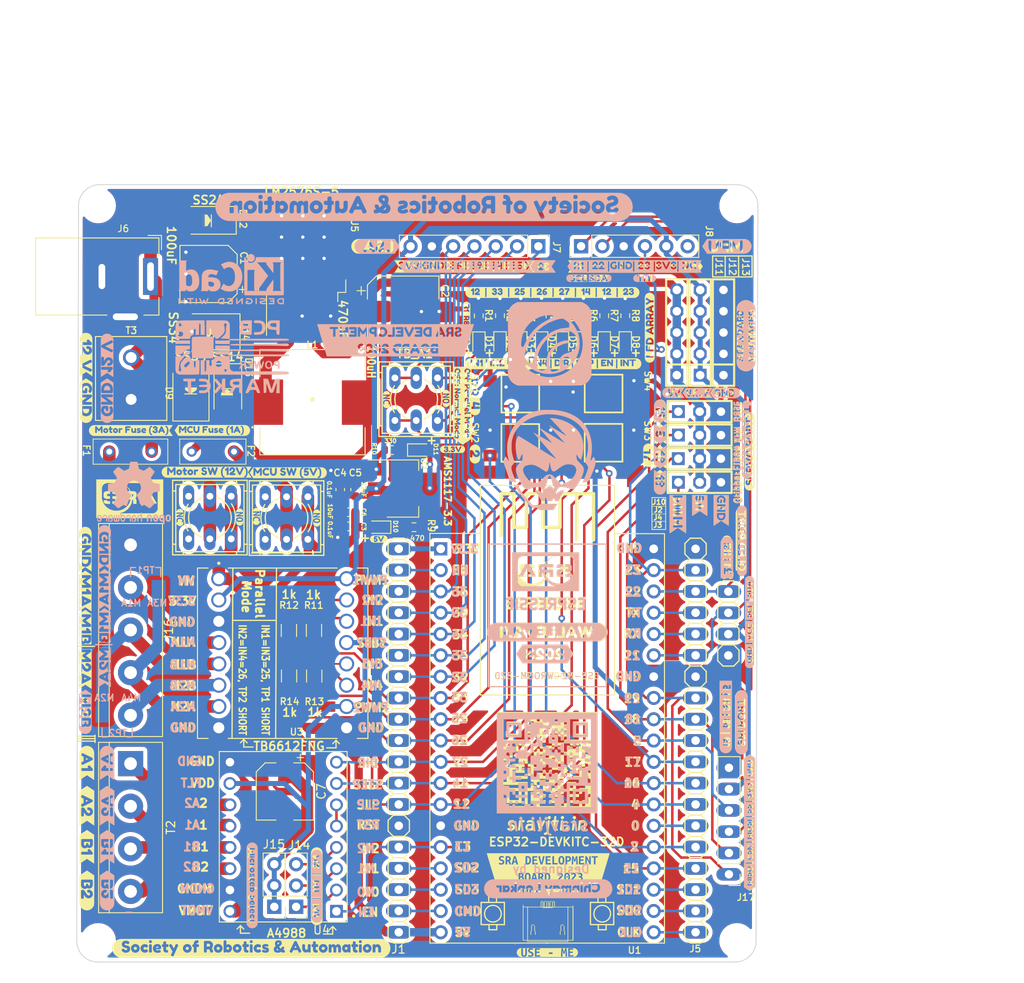
<source format=kicad_pcb>
(kicad_pcb (version 20211014) (generator pcbnew)
  (layers (0 "F.Cu" signal) (31 "B.Cu" signal) (34 "B.Paste" user) (35 "F.Paste" user) (36 "B.SilkS" user "B.Silkscreen") (37 "F.SilkS" user "F.Silkscreen") (38 "B.Mask" user) (39 "F.Mask" user) (44 "Edge.Cuts" user))
  (net 0 "")
  (net 2 "Net-(5V_SW1-Pad2)")
  (net 3 "/5V_P")
  (net 5 "Net-(12V_SW1-Pad2)")
  (net 6 "/12V_P")
  (net 8 "Net-(D1-Pad1)")
  (net 9 "/32")
  (net 10 "Net-(D2-Pad1)")
  (net 11 "/33")
  (net 12 "Net-(D3-Pad1)")
  (net 13 "/25")
  (net 14 "Net-(D4-Pad1)")
  (net 15 "/26")
  (net 16 "Net-(D5-Pad1)")
  (net 17 "/27")
  (net 18 "Net-(D6-Pad1)")
  (net 19 "/14")
  (net 20 "Net-(D7-Pad1)")
  (net 21 "/12")
  (net 22 "Net-(D8-Pad1)")
  (net 23 "/13")
  (net 24 "Net-(D9-Pad1)")
  (net 25 "/12V_U")
  (net 26 "Net-(D10-Pad1)")
  (net 27 "Net-(D11-Pad1)")
  (net 28 "/3V3")
  (net 29 "Net-(C1-Pad1)")
  (net 30 "Net-(D13-Pad1)")
  (net 31 "/5V")
  (net 32 "Net-(D14-Pad1)")
  (net 33 "GND")
  (net 34 "/EN")
  (net 35 "/36")
  (net 36 "/39")
  (net 37 "/34")
  (net 38 "/35")
  (net 39 "/SD2")
  (net 40 "/SD3")
  (net 41 "/CMD")
  (net 42 "/5")
  (net 43 "/19")
  (net 44 "/18")
  (net 45 "/CLK")
  (net 46 "/SD0")
  (net 47 "/SD1")
  (net 48 "/15")
  (net 49 "/2")
  (net 50 "/0")
  (net 51 "/4")
  (net 52 "/16")
  (net 53 "/17")
  (net 54 "D+")
  (net 55 "/RX")
  (net 56 "/TX")
  (net 57 "D-")
  (net 58 "/23")
  (net 59 "/M0")
  (net 60 "/M1")
  (net 61 "/M2")
  (net 62 "Net-(R11-Pad2)")
  (net 63 "Net-(R12-Pad2)")
  (net 64 "Net-(R13-Pad2)")
  (net 65 "Net-(R14-Pad2)")
  (net 66 "/B_2")
  (net 67 "/OUT1A")
  (net 68 "/OUT2A")
  (net 69 "/OUT3A")
  (net 70 "/OUT4A")
  (net 71 "/B_1")
  (net 72 "/A_2")
  (net 73 "/A_1")
  (net 74 "/ESP_3V3")
  (net 81 "Net-(U4-Pad5)")
  (footprint "kibuzzard-61F7C221" (layer "F.Cu") (at 129.4 40.6)
    (fp_text reference "kibuzzard-61F7C221" hide)
    (fp_text value "G***" hide)
  )
  (footprint "kibuzzard-61F6A04D" (layer "F.Cu") (at 117.27 61.56 -90)
    (fp_text reference "kibuzzard-61F6A04D" hide)
    (fp_text value "G***" hide)
  )
  (footprint "kibuzzard-620D3AFB" (layer "F.Cu") (at 146.63 68.3 -90)
    (fp_text reference "kibuzzard-620D3AFB" hide)
    (fp_text value "G***" hide)
  )
  (footprint "Resistor_SMD:R_0603_1608Metric" (layer "F.Cu") (at 132.68 45.07125 90)
    (fp_text reference "R7")
    (fp_text value "330")
  )
  (footprint "kibuzzard-61F6A2E5" (layer "F.Cu") (at 141.46 68.74 -90)
    (fp_text reference "kibuzzard-61F6A2E5" hide)
    (fp_text value "G***" hide)
  )
  (footprint "pin_header_connectors:1X03" (layer "F.Cu") (at 144.06 56.51)
    (fp_text reference "J10")
    (fp_text value "Conn_01x03_Male")
  )
  (footprint "terminal_block:12V_1x02_tht" (layer "F.Cu") (at 76.27 52.553723 90)
    (fp_text reference "T3")
    (fp_text value "Screw_Terminal_01x02")
  )
  (footprint "kibuzzard-61F7C05B" (layer "F.Cu") (at 136.4 39.2)
    (fp_text reference "kibuzzard-61F7C05B" hide)
    (fp_text value "G***" hide)
  )
  (footprint "pin_header_connectors:1X19" (layer "F.Cu") (at 143.569418 95.728838 90)
    (fp_text reference "J5")
    (fp_text value "Conn_01x19_Male")
  )
  (footprint "kibuzzard-620D3ACF" (layer "F.Cu") (at 144.07 67.71 -90)
    (fp_text reference "kibuzzard-620D3ACF" hide)
    (fp_text value "G***" hide)
  )
  (footprint "kibuzzard-637A0F99" (layer "F.Cu") (at 126.5 42.3)
    (fp_text reference "kibuzzard-637A0F99" hide)
    (fp_text value "G***" hide)
  )
  (footprint "kibuzzard-637B60FB" (layer "F.Cu") (at 71 98.4 -90)
    (fp_text reference "kibuzzard-637B60FB" hide)
    (fp_text value "G***" hide)
  )
  (footprint "kibuzzard-637A088C" (layer "F.Cu") (at 70.8 72.9 -90)
    (fp_text reference "kibuzzard-637A088C" hide)
    (fp_text value "G***" hide)
  )
  (footprint "stepper_motor_driver:MODULE_A4988_STEPPER_MOTOR_DRIVER_CARRIER" (layer "F.Cu") (at 94.4 107.2 180)
    (fp_text reference "U4")
    (fp_text value "A4988_STEPPER_MOTOR_DRIVER_CARRIER")
  )
  (footprint "kibuzzard-61F7C21A" (layer "F.Cu") (at 132.2 40.6)
    (fp_text reference "kibuzzard-61F7C21A" hide)
    (fp_text value "G***" hide)
  )
  (footprint "kibuzzard-61F7C24F" (layer "F.Cu") (at 137.5 40.6)
    (fp_text reference "kibuzzard-61F7C24F" hide)
    (fp_text value "G***" hide)
  )
  (footprint "TerminalBlock:TerminalBlock_bornier-5_P5.08mm" (layer "F.Cu") (at 76.2 72.39 -90)
    (fp_text reference "J16")
    (fp_text value "Screw_Terminal_01x05")
  )
  (footprint "Connector_PinHeader_2.54mm:PinHeader_1x06_P2.54mm_Vertical" (layer "F.Cu") (at 147.55 111.677727 180)
    (fp_text reference "J17")
    (fp_text value "Conn_01x06_Male")
  )
  (footprint "kibuzzard-63707C50" (layer "F.Cu") (at 124.8 39.2)
    (fp_text reference "kibuzzard-63707C50" hide)
    (fp_text value "G***" hide)
  )
  (footprint "kibuzzard-620D3FD3" (layer "F.Cu") (at 139.36 59.17 -90)
    (fp_text reference "kibuzzard-620D3FD3" hide)
    (fp_text value "G***" hide)
  )
  (footprint "kibuzzard-61F83333" (layer "F.Cu") (at 85.95 58.75)
    (fp_text reference "kibuzzard-61F83333" hide)
    (fp_text value "G***" hide)
  )
  (footprint "kibuzzard-61F7127D" (layer "F.Cu") (at 70.8 92.3 -90)
    (fp_text reference "kibuzzard-61F7127D" hide)
    (fp_text value "G***" hide)
  )
  (footprint "kibuzzard-61F7C12E" (layer "F.Cu") (at 115.6 39.2)
    (fp_text reference "kibuzzard-61F7C12E" hide)
    (fp_text value "G***" hide)
  )
  (footprint "Resistor_SMD:R_0603_1608Metric" (layer "F.Cu") (at 117.72 45.0875 90)
    (fp_text reference "R1")
    (fp_text value "330")
  )
  (footprint "pin_header_connectors:1X05" (layer "F.Cu") (at 141.332544 47.078 90)
    (fp_text reference "J11")
    (fp_text value "Conn_01x05_Male")
  )
  (footprint "kibuzzard-637A08DA" (layer "F.Cu") (at 70.8 77.9 -90)
    (fp_text reference "kibuzzard-637A08DA" hide)
    (fp_text value "G***" hide)
  )
  (footprint "Capacitor_SMD:C_0603_1608Metric" (layer "F.Cu") (at 102.975 65.8 90)
    (fp_text reference "C5")
    (fp_text value "22uF")
  )
  (footprint "testpoint_pad:pad_1,27-2,54_smd" (layer "F.Cu") (at 79.56 77.579497)
    (fp_text reference "TP2" hide)
    (fp_text value "TestPoint")
  )
  (footprint "Capacitor_SMD:CP_Elec_6.3x7.7" (layer "F.Cu") (at 94.6 101.8 -90)
    (fp_text reference "C7")
    (fp_text value "100uF")
  )
  (footprint "Diode_SMD:D_SMA" (layer "F.Cu") (at 87.8 54.2 -90)
    (fp_text reference "D13")
    (fp_text value "SS14")
  )
  (footprint "MountingHole:MountingHole_3.2mm_M3" (layer "F.Cu") (at 72.35 119.6)
    (fp_text reference "H2" hide)
    (fp_text value "MountingHole")
  )
  (footprint "kibuzzard-620D3625" (layer "F.Cu") (at 140.92 54.26)
    (fp_text reference "kibuzzard-620D3625" hide)
    (fp_text value "G***" hide)
  )
  (footprint "kibuzzard-637B66F3" (layer "F.Cu") (at 90.7 113 -90)
    (fp_text reference "kibuzzard-637B66F3" hide)
    (fp_text value "G***" hide)
  )
  (footprint "kibuzzard-61F6A036" (layer "F.Cu") (at 117.27 55.82 -90)
    (fp_text reference "kibuzzard-61F6A036" hide)
    (fp_text value "G***" hide)
  )
  (footprint "TerminalBlock:TerminalBlock_bornier-4_P5.08mm" (layer "F.Cu") (at 76.2 98.48 -90)
    (fp_text reference "T2")
    (fp_text value "Screw_Terminal_01x04")
  )
  (footprint "LED_SMD:LED_0603_1608Metric" (layer "F.Cu") (at 120.25 48.47125 -90)
    (fp_text reference "D2")
    (fp_text value "LED")
  )
  (footprint "kibuzzard-61F683BD" (layer "F.Cu") (at 85.32 33.71)
    (fp_text reference "kibuzzard-61F683BD" hide)
    (fp_text value "G***" hide)
  )
  (footprint "Connector_PinHeader_2.54mm:PinHeader_1x06_P2.54mm_Vertical" (layer "F.Cu") (at 129.92 36.79 90)
    (fp_text reference "J8")
    (fp_text value "Conn_01x06_Male")
  )
  (footprint "kibuzzard-620CE59A" (layer "F.Cu") (at 116.27 46.04 -90)
    (fp_text reference "kibuzzard-620CE59A" hide)
    (fp_text value "G***" hide)
  )
  (footprint "testpoint_pad:pad_1,27-2,54_smd" (layer "F.Cu") (at 72.86 92.579497)
    (fp_text reference "TP1" hide)
    (fp_text value "TestPoint")
  )
  (footprint "kibuzzard-637A1A13" (layer "F.Cu") (at 149 71.9 90)
    (fp_text reference "kibuzzard-637A1A13" hide)
    (fp_text value "G***" hide)
  )
  (footprint "kibuzzard-61F8332E" (layer "F.Cu") (at 76.24 58.76)
    (fp_text reference "kibuzzard-61F8332E" hide)
    (fp_text value "G***" hide)
  )
  (footprint "motor_driver:TB6612FNG_2" (layer "F.Cu") (at 94.34 85.317582)
    (fp_text reference "U3")
    (fp_text value "TB6612FNG")
  )
  (footprint "pin_header_connectors:1X05" (layer "F.Cu") (at 146.9 47.08 90)
    (fp_text reference "J13")
    (fp_text value "Conn_01x05_Male")
  )
  (footprint "Diode_SMD:D_SMB" (layer "F.Cu") (at 83.4 54.08 90)
    (fp_text reference "D9")
    (fp_text value "SS34")
  )
  (footprint "LED_SMD:LED_0603_1608Metric" (layer "F.Cu") (at 125.22 48.48 -90)
    (fp_text reference "D4")
    (fp_text value "LED")
  )
  (footprint "kibuzzard-61F71491" (layer "F.Cu") (at 70.9 55.2 -90)
    (fp_text reference "kibuzzard-61F71491" hide)
    (fp_text value "G***" hide)
  )
  (footprint "kibuzzard-61F7BB7D" (layer "F.Cu") (at 115.8 55.8 -90)
    (fp_text reference "kibuzzard-61F7BB7D" hide)
    (fp_text value "G***" hide)
  )
  (footprint "Capacitor_SMD:CP_Elec_8x10" (layer "F.Cu") (at 108.7025 44.6)
    (fp_text reference "C2")
    (fp_text value "470uF")
  )
  (footprint "logos:sra_board_github_qr_code" (layer "F.Cu") (at 125.9 98.32)
    (fp_text reference "G***" hide)
    (fp_text value "LOGO" hide)
  )
  (footprint "Diode_SMD:D_SMB" (layer "F.Cu") (at 85.7 47 180)
    (fp_text reference "D14")
    (fp_text value "SS34")
  )
  (footprint "kibuzzard-61F6A088" (layer "F.Cu") (at 137.94 61.71 -90)
    (fp_text reference "kibuzzard-61F6A088" hide)
    (fp_text value "G***" hide)
  )
  (footprint "Resistor_SMD:R_0603_1608Metric" (layer "F.Cu") (at 130.18 45.07125 90)
    (fp_text reference "R6")
    (fp_text value "330")
  )
  (footprint "kibuzzard-61F6A6E8" (layer "F.Cu") (at 150 61.24 90)
    (fp_text reference "kibuzzard-61F6A6E8" hide)
    (fp_text value "G***" hide)
  )
  (footprint "kibuzzard-61F6ABAB" (layer "F.Cu") (at 149.58 47.46 90)
    (fp_text reference "kibuzzard-61F6ABAB" hide)
    (fp_text value "G***" hide)
  )
  (footprint "kibuzzard-61F71050" (layer "F.Cu") (at 85.27 63.73)
    (fp_text reference "kibuzzard-61F71050" hide)
    (fp_text value "G***" hide)
  )
  (footprint "tactile_smd:spst_tactile_sw_2x02_smd" (layer "F.Cu") (at 122.67 60.24 180)
    (fp_text reference "SW2")
    (fp_text value "SW_Push_Dual" hide)
  )
  (footprint "kibuzzard-61F792D2" (layer "F.Cu") (at 150 81.6 90)
    (fp_text reference "kibuzzard-61F792D2" hide)
    (fp_text value "G***" hide)
  )
  (footprint "kibuzzard-637B618D" (layer "F.Cu") (at 71 113.6 -90)
    (fp_text reference "kibuzzard-637B618D" hide)
    (fp_text value "G***" hide)
  )
  (footprint "Resistor_SMD:R_0603_1608Metric" (layer "F.Cu") (at 125.22 45.08 90)
    (fp_text reference "R4")
    (fp_text value "330")
  )
  (footprint "kibuzzard-61F683BD" (layer "F.Cu") (at 85.55 46.96)
    (fp_text reference "kibuzzard-61F683BD" hide)
    (fp_text value "G***" hide)
  )
  (footprint "RXEF050_1A_trip:RXEF050" (layer "F.Cu") (at 83.485 61.28)
    (fp_text reference "F2")
    (fp_text value "300mA" hide)
  )
  (footprint "kibuzzard-61F71139" (layer "F.Cu") (at 126.04 113.93)
    (fp_text reference "kibuzzard-61F71139" hide)
    (fp_text value "G***" hide)
  )
  (footprint "pin_header_connectors:1X03" (layer "F.Cu") (at 144.06 64.934)
    (fp_text reference "J3")
    (fp_text value "Conn_01x03_Male")
  )
  (footprint "kibuzzard-61F71294" (layer "F.Cu") (at 70.8 82.2 -90)
    (fp_text reference "kibuzzard-61F71294" hide)
    (fp_text value "G***" hide)
  )
  (footprint "LED_SMD:LED_0603_1608Metric" (layer "F.Cu") (at 130.18 48.47125 -90)
    (fp_text reference "D6")
    (fp_text value "LED")
  )
  (footprint "kibuzzard-61F712A9" (layer "F.Cu") (at 70.8 87.2 -90)
    (fp_text reference "kibuzzard-61F712A9" hide)
    (fp_text value "G***" hide)
  )
  (footprint "kibuzzard-61F7105E" (layer "F.Cu") (at 95 63.8)
    (fp_text reference "kibuzzard-61F7105E" hide)
    (fp_text value "G***" hide)
  )
  (footprint "LED_SMD:LED_0603_1608Metric" (layer "F.Cu") (at 117.74 48.4875 -90)
    (fp_text reference "D1")
    (fp_text value "LED")
  )
  (footprint "kibuzzard-61F7147A" (layer "F.Cu") (at 70.9 49.7 -90)
    (fp_text reference "kibuzzard-61F7147A" hide)
    (fp_text value "G***" hide)
  )
  (footprint "kibuzzard-61F7D60F" (layer "F.Cu") (at 138.1 46.5 90)
    (fp_text reference "kibuzzard-61F7D60F" hide)
    (fp_text value "G***" hide)
  )
  (footprint "kibuzzard-61F6B878" (layer "F.Cu") (at 98.4 69.2 -90)
    (fp_text reference "kibuzzard-61F6B878" hide)
    (fp_text value "G***" hide)
  )
  (footprint "kibuzzard-620D404F" (layer "F.Cu") (at 139.33 64.92 -90)
    (fp_text reference "kibuzzard-620D404F" hide)
    (fp_text value "G***" hide)
  )
  (footprint "kibuzzard-61F683BD" (layer "F.Cu") (at 87.7 54.3 90)
    (fp_text reference "kibuzzard-61F683BD" hide)
    (fp_text value "G***" hide)
  )
  (footprint "kibuzzard-637B5F12" (layer "F.Cu") (at 114.6 61)
    (fp_text reference "kibuzzard-637B5F12" hide)
    (fp_text value "G***" hide)
  )
  (footprint "dpdt_tht:dpdt_sw_2x03_tht" (layer "F.Cu") (at 85.66 69.142369)
    (fp_text reference "12V_SW1" hide)
    (fp_text value "SW_Push_DPDT")
  )
  (footprint "kibuzzard-637A19A6" (layer "F.Cu") (at 149.01 93.55 90)
    (fp_text reference "kibuzzard-637A19A6" hide)
    (fp_text value "G***" hide)
  )
  (footprint "kibuzzard-63709119" (layer "F.Cu") (at 125.6 85.4)
    (fp_text reference "kibuzzard-63709119" hide)
    (fp_text value "G***" hide)
  )
  (footprint "Resistor_SMD:R_0603_1608Metric" (layer "F.Cu") (at 120.25 45.07125 90)
    (fp_text reference "R2")
    (fp_text value "330")
  )
  (footprint "kibuzzard-620D3FE5" (layer "F.Cu") (at 139.36 56.46 -90)
    (fp_text reference "kibuzzard-620D3FE5" hide)
    (fp_text value "G***" hide)
  )
  (footprint "Connector_PinHeader_2.54mm:PinHeader_1x03_P2.54mm_Vertical" (layer "F.Cu") (at 95.94 115.555 180)
    (fp_text reference "J14")
    (fp_text value "Conn_01x03_Male")
  )
  (footprint "dpdt_tht:dpdt_sw_2x03_tht" (layer "F.Cu") (at 94.8 69.2)
    (fp_text reference "5V_SW1" hide)
    (fp_text value "SW_Push_DPDT")
  )
  (footprint "LED_SMD:LED_0603_1608Metric" (layer "F.Cu") (at 132.68 48.47125 -90)
    (fp_text reference "D7")
    (fp_text value "LED")
  )
  (footprint "kibuzzard-61F7C0CC" (layer "F.Cu") (at 147.3 36.8)
    (fp_text reference "kibuzzard-61F7C0CC" hide)
    (fp_text value "G***" hide)
  )
  (footprint "kibuzzard-61F71139" (layer "F.Cu") (at 125.9 121)
    (fp_text reference "kibuzzard-61F71139" hide)
    (fp_text value "G***" hide)
  )
  (footprint "logos:sra_logo_small_neg" (layer "F.Cu") (at 125.7 75.6)
    (fp_text reference "G***" hide)
    (fp_text value "LOGO" hide)
  )
  (footprint "LED_SMD:LED_0603_1608Metric" (layer "F.Cu") (at 110.7125 61.09)
    (fp_text reference "D11")
    (fp_text value "LED")
  )
  (footprint "RUEF150_3,2A_trip:RUEF160" (layer "F.Cu") (at 78.715 61.28 180)
    (fp_text reference "F1")
    (fp_text value "3A" hide)
  )
  (footprint "kibuzzard-637B5F60" (layer "F.Cu") (at 105.8 71.7)
    (fp_text reference "kibuzzard-637B5F60" hide)
    (fp_text value "G***" hide)
  )
  (footprint "Resistor_SMD:R_0603_1608Metric" (layer "F.Cu") (at 122.73 45.07125 90)
    (fp_text reference "R3")
    (fp_text value "330")
  )
  (footprint "kibuzzard-637A1509" (layer "F.Cu") (at 147.3 73.2 90)
    (fp_text reference "kibuzzard-637A1509" hide)
    (fp_text value "G***" hide)
  )
  (footprint "pin_header_connectors:1X03" (layer "F.Cu") (at 144.06 59.31)
    (fp_text reference "J2")
    (fp_text value "Conn_01x03_Male")
  )
  (footprint "Resistor_SMD:R_0603_1608Metric" (layer "F.Cu") (at 135.19 45.07125 90)
    (fp_text reference "R8")
    (fp_text value "330" hide)
  )
  (footprint "MountingHole:MountingHole_3.2mm_M3" (layer "F.Cu") (at 72.35 31.95)
    (fp_text reference "H1" hide)
    (fp_text value "MountingHole")
  )
  (footprint "pin_header_connectors:1X04" (layer "F.Cu") (at 147.48 81.77 90)
    (fp_text reference "J9")
    (fp_text value "Conn_01x04_Female")
  )
  (footprint "kibuzzard-63775DBB" (layer "F.Cu") (at 150.02 105.53 90)
    (fp_text reference "kibuzzard-63775DBB" hide)
    (fp_text value "G***" hide)
  )
  (footprint "tactile_smd:spst_tactile_sw_2x02_smd" (layer "F.Cu") (at 132.6035 54.35 180)
    (fp_text reference "SW4")
    (fp_text value "SW_Push_Dual" hide)
  )
  (footprint "LED_SMD:LED_0603_1608Metric" (layer "F.Cu") (at 122.73 48.47125 -90)
    (fp_text reference "D3")
    (fp_text value "LED")
  )
  (footprint "kibuzzard-637A1066" (layer "F.Cu") (at 126.6 50.8)
    (fp_text reference "kibuzzard-637A1066" hide)
    (fp_text value "G***" hide)
  )
  (footprint "kibuzzard-61F6B851" (layer "F.Cu") (at 82.08 69.13 -90)
    (fp_text reference "kibuzzard-61F6B851" hide)
    (fp_text value "G***" hide)
  )
  (footprint "Resistor_SMD:R_0603_1608Metric" (layer "F.Cu") (at 107.31 61.09 180)
    (fp_text reference "R10")
    (fp_text value "330")
  )
  (footprint "Resistor_SMD:R_1206_3216Metric" (layer "F.Cu") (at 95.1 88.03 90)
    (fp_text reference "R14")
    (fp_text value "1k")
  )
  (footprint "LED_SMD:LED_0603_1608Metric" (layer "F.Cu") (at 135.19 48.47125 -90)
    (fp_text reference "D8")
    (fp_text value "LED")
  )
  (footprint "kibuzzard-61F7E9C0" (layer "F.Cu") (at 90.6 120.5)
    (fp_text reference "kibuzzard-61F7E9C0" hide)
    (fp_text value "G***" hide)
  )
  (footprint "kibuzzard-61F7C0C2" (layer "F.Cu") (at 105.2 36.8)
    (fp_text reference "kibuzzard-61F7C0C2" hide)
    (fp_text value "G***" hide)
  )
  (footprint "tactile_smd:spst_tactile_sw_2x02_smd" (layer "F.Cu") (at 122.67449 54.36 180)
    (fp_text reference "SW1")
    (fp_text value "SW_Push_Dual" hide)
  )
  (footprint "Resistor_SMD:R_1206_3216Metric" (layer "F.Cu") (at 95.08 82.6 90)
    (fp_text reference "R12")
    (fp_text value "1k")
  )
  (footprint "Capacitor_SMD:C_0603_1608Metric" (layer "F.Cu") (at 101.2 65.8 90)
    (fp_text reference "C4")
    (fp_text value "0.1uF")
  )
  (footprint "Connector_BarrelJack:BarrelJack_Wuerth_6941xx301002" (layer "F.Cu") (at 78.58 40.4 -90)
    (fp_text reference "J6")
    (fp_text value "DCJ200-10-A-XX-X_REVA")
  )
  (footprint "Resistor_SMD:R_0603_1608Metric" (layer "F.Cu") (at 110 70.29)
    (fp_text reference "R9")
    (fp_text value "470")
  )
  (footprint "kibuzzard-63707B42" (layer "F.Cu") (at 126 111)
    (fp_text reference "kibuzzard-63707B42" hide)
    (fp_text value "G***" hide)
  )
  (footprint "kibuzzard-620D363E" (layer "F.Cu") (at 147.13 54.28)
    (fp_text reference "kibuzzard-620D363E" hide)
    (fp_text value "G***" hide)
  )
  (footprint "Capacitor_SMD:CP_Elec_6.3x7.7" (layer "F.Cu") (at 85.5 40.1 180)
    (fp_text reference "C1")
    (fp_text value "100uF")
  )
  (footprint "kibuzzard-61F6808A" (layer "F.Cu") (at 113.82 54.94 -90)
    (fp_text reference "kibuzzard-61F6808A" hide)
    (fp_text value "G***" hide)
  )
  (footprint "MCU_ESP32:ESP32-DEVKITCv4-32D" (layer "F.Cu") (at 125.879418 92.628838)
    (fp_text reference "U1")
    (fp_text value "ESP32-DEVKITC-32D")
  )
  (footprint "Connector_PinHeader_2.54mm:PinHeader_1x07_P2.54mm_Vertical" (layer "F.Cu") (at 124.825 36.8 -90)
    (fp_text reference "J7")
    (fp_text value "Conn_01x07_Male")
  )
  (footprint "Resistor_SMD:R_1206_3216Metric" (layer "F.Cu") (at 98.07 82.59 90)
    (fp_text reference "R11")
    (fp_text value "1k")
  )
  (footprint "Diode_SMD:D_SMA" (layer "F.Cu") (at 85.4 33.7 180)
    (fp_text reference "D12")
    (fp_text value "SS24")
  )
  (footprint "logos:sra_logo_small_neg" (layer "F.Cu") (at 76.1 66.9)
    (fp_text reference "G***" hide)
    (fp_text value "LOGO" hide)
  )
  (footprint "kibuzzard-620D3646" (layer "F.Cu") (at 143.82 54.28)
    (fp_text reference "kibuzzard-620D3646" hide)
    (fp_text value "G***" hide)
  )
  (footprint "tactile_smd:spst_tactile_sw_2x02_smd" (layer "F.Cu") (at 132.6 60.22 180)
    (fp_text reference "SW3")
    (fp_text value "SW_Push_Dual" hide)
  )
  (footprint "kibuzzard-637B66DC" (layer "F.Cu") (at 98.4 113.1 -90)
    (fp_text reference "kibuzzard-637B66DC" hide)
    (fp_text value "G***" hide)
  )
  (footprint "dpdt_tht:dpdt_sw_2x03_tht" (layer "F.Cu") (at 110.26 55.027102)
    (fp_text reference "TB_A1")
    (fp_text value "SW_Push_DPDT")
  )
  (footprint "LED_SMD:LED_0603_1608Metric" (layer "F.Cu") (at 127.7 48.47125 -90)
    (fp_text reference "D5")
    (fp_text value "LED")
  )
  (footprint "kibuzzard-637B6162" (layer "F.Cu") (at 71 108.4 -90)
    (fp_text reference "kibuzzard-637B6162" hide)
    (fp_text value "G***" hide)
  )
  (footprint "MountingHole:MountingHole_3.2mm_M3" (layer "F.Cu") (at 148.5 119.6)
    (fp_text reference "H3" hide)
    (fp_text value "MountingHole")
  )
  (footprint "inductor:CDRH127_inductor_smd" (layer "F.Cu") (at 97.890735 55.38)
    (fp_text reference "L1")
    (fp_text value "100uH")
  )
  (footprint "Capacitor_SMD:C_0603_1608Metric" (layer "F.Cu") (at 102.225 68.5 180)
    (fp_text reference "C6")
    (fp_text value "10uF")
  )
  (footprint "Capacitor_SMD:C_0603_1608Metric" (layer "F.Cu") (at 102.225 70.2 180)
    (fp_text reference "C3")
    (fp_text value "0.1uF")
  )
  (footprint "Fiducial:Fiducial_0.75mm_Mask2.25mm" (layer "F.Cu") (at 147.47 115.26)
    (fp_text reference "REF**" hide)
    (fp_text value "Fiducial_0.75mm_Mask2.25mm")
  )
  (footprint "kibuzzard-61F6B85D" (layer "F.Cu") (at 89.21 69.08 -90)
    (fp_text reference "kibuzzard-61F6B85D" hide)
    (fp_text value "G***" hide)
  )
  (footprint "Package_TO_SOT_SMD:SOT-223-3_TabPin2" (layer "F.Cu") (at 108.65 65.68)
    (fp_text reference "U2")
    (fp_text value "AMS1117-3.3")
  )
  (footprint "Resistor_SMD:R_1206_3216Metric" (layer "F.Cu") (at 98.1 88.04 90)
    (fp_text reference "R13")
    (fp_text value "1k")
  )
  (footprint "Package_TO_SOT_SMD:TO-263-5_TabPin3" (layer "F.Cu") (at 96.66 39.34 90)
    (fp_text reference "U5")
    (fp_text value "LM2576S-5")
  )
  (footprint "pin_header_connectors:1X05" (layer "F.Cu") (at 144.122544 47.086 90)
    (fp_text reference "J12")
    (fp_text value "Conn_01x05_Male")
  )
  (footprint "Resistor_SMD:R_0603_1608Metric" (layer "F.Cu") (at 127.7 45.07125 90)
    (fp_text reference "R5")
    (fp_text value "330")
  )
  (footprint "Fiducial:Fiducial_0.75mm_Mask2.25mm" (layer "F.Cu") (at 78 32.1)
    (fp_text reference "REF**" hide)
    (fp_text value "Fiducial_0.75mm_Mask2.25mm")
  )
  (footprint "LED_SMD:LED_0603_1608Metric" (layer "F.Cu") (at 105.75 70.29 180)
    (fp_text reference "D10")
    (fp_text value "LED")
  )
  (footprint "Connector_PinHeader_2.54mm:PinHeader_1x03_P2.54mm_Vertical" (layer "F.Cu") (at 93.34 115.555 180)
    (fp_text reference "J15")
    (fp_text value "Conn_01x03_Male")
  )
  (footprint "kibuzzard-61F67ED2" (layer "F.Cu") (at 106.72 55.07 -90)
    (fp_text reference "kibuzzard-61F67ED2" hide)
    (fp_text value "G***" hide)
  )
  (footprint "kibuzzard-61F683BD" (layer "F.Cu") (at 83.4 53.9 -90)
    (fp_text reference "kibuzzard-61F683BD" hide)
    (fp_text value "G***" hide)
  )
  (footprint "MountingHole:MountingHole_3.2mm_M3" (layer "F.Cu") (at 148.5 31.95)
    (fp_text reference "H4" hide)
    (fp_text value "MountingHole")
  )
  (footprint "pin_header_connectors:1X19" (layer "F.Cu") (at 108.179418 95.728838 -90)
    (fp_text reference "J1")
    (fp_text value "Conn_01x19_Male")
  )
  (footprint "kibuzzard-620D4024" (layer "F.Cu") (at 139.36 61.94 -90)
    (fp_text reference "kibuzzard-620D4024" hide)
    (fp_text value "G***" hide)
  )
  (footprint "kibuzzard-637090D9" (layer "F.Cu") (at 126 82.8)
    (fp_text reference "kibuzzard-637090D9" hide)
    (fp_text value "G***" hide)
  )
  (footprint "kibuzzard-637B612F" (layer "F.Cu") (at 71 103.5 -90)
    (fp_text reference "kibuzzard-637B612F" hide)
    (fp_text value "G***" hide)
  )
  (footprint "kibuzzard-637A1556" (layer "F.Cu") (at 147.12 93.39 90)
    (fp_text reference "kibuzzard-637A1556" hide)
    (fp_text value "G***" hide)
  )
  (footprint "kibuzzard-61F6B86D" (layer "F.Cu") (at 91.2 69 -90)
    (fp_text reference "kibuzzard-61F6B86D" hide)
    (fp_text value "G***" hide)
  )
  (footprint "pin_header_connectors:1X03" (layer "F.Cu") (at 144.05 62.12)
    (fp_text reference "J4")
    (fp_text value "Conn_01x03_Male")
  )
  (footprint "kibuzzard-61F7EDAC" (layer "B.Cu") (at 129.4 40.6 180)
    (fp_text reference "kibuzzard-61F7EDAC" hide)
    (fp_text value "G***" hide)
  )
  (footprint "logos:espressif_logo" (layer "B.Cu") (at 126.2 48.4 180)
    (fp_text reference "G***")
    (fp_text value "LOGO" hide)
  )
  (footprint "kibuzzard-63709119" (layer "B.Cu") (at 125.6 85.4 180)
    (fp_text reference "kibuzzard-63709119" hide)
    (fp_text value "G***" hide)
  )
  (footprint "kibuzzard-63707CFB" (layer "B.Cu") (at 107.8 48 180)
    (fp_text reference "kibuzzard-63707CFB" hide)
    (fp_text value "G***" hide)
  )
  (footprint "kibuzzard-637B6162" (layer "B.Cu") (at 73.4 108.4 -90)
    (fp_text reference "kibuzzard-637B6162" hide)
    (fp_text value "G***" hide)
  )
  (footprint "kibuzzard-61F7EC33" (layer "B.Cu") (at 140.92 54.26 180)
    (fp_text reference "kibuzzard-61F7EC33" hide)
    (fp_text value "G***" hide)
  )
  (footprint "kibuzzard-61F7FBA3" (layer "B.Cu") (at 73.4 49.8 90)
    (fp_text reference "kibuzzard-61F7FBA3" hide)
    (fp_text value "G***" hide)
  )
  (footprint "logos:sra_board_github_qr_code" (layer "B.Cu") (at 125.865261 98.42 180)
    (fp_text reference "G***" hide)
    (fp_text value "LOGO" hide)
  )
  (footprint "kibuzzard-637A088C" (layer "B.Cu") (at 73.1 72.7 -90)
    (fp_text reference "kibuzzard-637A088C" hide)
    (fp_text value "G***" hide)
  )
  (footprint "kibuzzard-620D3ACF" (layer "B.Cu") (at 144.060097 67.707377 -90)
    (fp_text reference "kibuzzard-620D3ACF" hide)
    (fp_text value "G***" hide)
  )
  (footprint "Symbol:KiCad-Logo2_5mm_SilkScreen" (layer "B.Cu") (at 88.2 40.7 180)
    (fp_text reference "REF**" hide)
    (fp_text value "KiCad-Logo2_5mm_SilkScreen" hide)
  )
  (footprint "kibuzzard-61F7EFEB" (layer "B.Cu") (at 116.3 39.2 180)
    (fp_text reference "kibuzzard-61F7EFEB" hide)
    (fp_text value "G***" hide)
  )
  (footprint "kibuzzard-61F712A9" (layer "B.Cu") (at 73.1 87 -90)
    (fp_text reference "kibuzzard-61F712A9" hide)
    (fp_text value "G***" hide)
  )
  (footprint "kibuzzard-620D4F5E" (layer "B.Cu") (at 139.33 64.92 90)
    (fp_text reference "kibuzzard-620D4F5E" hide)
    (fp_text value "G***" hide)
  )
  (footprint "kibuzzard-61F7FB1D" (layer "B.Cu") (at 111.2 32.1 180)
    (fp_text reference "kibuzzard-61F7FB1D" hide)
    (fp_text value "G***" hide)
  )
  (footprint "kibuzzard-637A08DA" (layer "B.Cu") (at 73.1 77.7 -90)
    (fp_text reference "kibuzzard-637A08DA" hide)
    (fp_text value "G***" hide)
  )
  (footprint "kibuzzard-61F7FBC2" (layer "B.Cu") (at 73.4 55.2 90)
    (fp_text reference "kibuzzard-61F7FBC2" hide)
    (fp_text value "G***" hide)
  )
  (footprint "kibuzzard-637090D9" (layer "B.Cu") (at 125.8 82.8 180)
    (fp_text reference "kibuzzard-637090D9" hide)
    (fp_text value "G***" hide)
  )
  (footprint "kibuzzard-61F7ED72" (layer "B.Cu") (at 105.6 36.8 180)
    (fp_text reference "kibuzzard-61F7ED72" hide)
    (fp_text value "G***" hide)
  )
  (footprint "kibuzzard-61F71294" (layer "B.Cu") (at 73.1 82 -90)
    (fp_text reference "kibuzzard-61F71294" hide)
    (fp_text value "G***" hide)
  )
  (footprint "kibuzzard-61F6ABAB" (layer "B.Cu") (at 149.58 47.46 90)
    (fp_text reference "kibuzzard-61F6ABAB" hide)
    (fp_text value "G***" hide)
  )
  (footprint "logos:sra_skull_big" (layer "B.Cu") (at 126.1 62.3 180)
    (fp_text reference "G***" hide)
    (fp_text value "LOGO" hide)
  )
  (footprint "kibuzzard-620D4024" (layer "B.Cu") (at 139.354368 61.914271 90)
    (fp_text reference "kibuzzard-620D4024" hide)
    (fp_text value "G***" hide)
  )
  (footprint "kibuzzard-637B60FB" (layer "B.Cu") (at 73.4 98.4 -90)
    (fp_text reference "kibuzzard-637B60FB" hide)
    (fp_text value "G***" hide)
  )
  (footprint "kibuzzard-61F6A786" (layer "B.Cu") (at 149.1 71.9 90)
    (fp_text reference "kibuzzard-61F6A786" hide)
    (fp_text value "G***" hide)
  )
  (footprint "Symbol:OSHW-Logo2_9.8x8mm_SilkScreen" (layer "B.Cu") (at 76.6 66.2 180)
    (fp_text reference "REF**" hide)
    (fp_text value "OSHW-Logo2_9.8x8mm_SilkScreen" hide)
  )
  (footprint "kibuzzard-61F792D2" (layer "B.Cu") (at 150 81.6 90)
    (fp_text reference "kibuzzard-61F792D2" hide)
    (fp_text value "G***" hide)
  )
  (footprint "kibuzzard-637A1244" (layer "B.Cu") (at 98.4 113.1 -90)
    (fp_text reference "kibuzzard-637A1244" hide)
    (fp_text value "G***" hide)
  )
  (footprint "kibuzzard-63775DBB" (layer "B.Cu") (at 150.01 105.5 90)
    (fp_text reference "kibuzzard-63775DBB" hide)
    (fp_text value "G***" hide)
  )
  (footprint "kibuzzard-637B65B8" (layer "B.Cu") (at 147.17 92.92 90)
    (fp_text reference "kibuzzard-637B65B8" hide)
    (fp_text value "G***" hide)
  )
  (footprint "kibuzzard-620D3AFB" (layer "B.Cu") (at 146.605726 68.296891 -90)
    (fp_text reference "kibuzzard-620D3AFB" hide)
    (fp_text value "G***" hide)
  )
  (footprint "kibuzzard-61F6A2E5" (layer "B.Cu") (at 141.43408 68.725628 -90)
    (fp_text reference "kibuzzard-61F6A2E5" hide)
    (fp_text value "G***" hide)
  )
  (footprint "logos:pcb_power" (layer "B.Cu") (at 88.3 49.5 180)
    (fp_text reference "G***" hide)
    (fp_text value "LOGO" hide)
  )
  (footprint "kibuzzard-637B618D" (layer "B.Cu") (at 73.4 113.6 -90)
    (fp_text reference "kibuzzard-637B618D" hide)
    (fp_text value "G***" hide)
  )
  (footprint "kibuzzard-63777F1B" (layer "B.Cu") (at 149.05 93.55 90)
    (fp_text reference "kibuzzard-63777F1B" hide)
    (fp_text value "G***" hide)
  )
  (footprint "kibuzzard-620D4F84" (layer "B.Cu") (at 139.35 56.5 90)
    (fp_text reference "kibuzzard-620D4F84" hide)
    (fp_text value "G***" hide)
  )
  (footprint "kibuzzard-63707CB3" (layer "B.Cu") (at 126 113.4 180)
    (fp_text reference "kibuzzard-63707CB3" hide)
    (fp_text value "G***" hide)
  )
  (footprint "kibuzzard-637B6704" (layer "B.Cu") (at 90.7 113 -90)
    (fp_text reference "kibuzzard-637B6704" hide)
    (fp_text value "G***" hide)
  )
  (footprint "kibuzzard-63707C50" (layer "B.Cu") (at 125.4 39.2 180)
    (fp_text reference "kibuzzard-63707C50" hide)
    (fp_text value "G***" hide)
  )
  (footprint "kibuzzard-61F7EC8D" (layer "B.Cu") (at 147.13 54.28 180)
    (fp_text reference "kibuzzard-61F7EC8D" hide)
    (fp_text value "G***" hide)
  )
  (footprint "kibuzzard-61F7EF48" (layer "B.Cu") (at 136.3 39.2 180)
    (fp_text reference "kibuzzard-61F7EF48" hide)
    (fp_text value "G***" hide)
  )
  (footprint "kibuzzard-61F7C24F" (layer "B.Cu") (at 137.5 40.6 180)
    (fp_text reference "kibuzzard-61F7C24F" hide)
    (fp_text value "G***" hide)
  )
  (footprint "kibuzzard-61F7EDC6" (layer "B.Cu") (at 132.2 40.6 180)
    (fp_text reference "kibuzzard-61F7EDC6" hide)
    (fp_text value "G***" hide)
  )
  (footprint "kibuzzard-637B65CD" (layer "B.Cu") (at 147.3 73.9 90)
    (fp_text reference "kibuzzard-637B65CD" hide)
    (fp_text value "G***" hide)
  )
  (footprint "kibuzzard-61F7127D" (layer "B.Cu") (at 70.8 92.3 -90)
    (fp_text reference "kibuzzard-61F7127D" hide)
    (fp_text value "G***" hide)
  )
  (footprint "kibuzzard-61F7EC75" (layer "B.Cu") (at 143.82 54.28 180)
    (fp_text reference "kibuzzard-61F7EC75" hide)
    (fp_text value "G***" hide)
  )
  (footprint "kibuzzard-61F7ED8A" (layer "B.Cu") (at 147.3 36.8 180)
    (fp_text reference "kibuzzard-61F7ED8A" hide)
    (fp_text value "G***" hide)
  )
  (footprint "logos:sra_logo_small_neg" (layer "B.Cu") (at 125.7 75.6 180)
    (fp_text reference "G***" hide)
    (fp_text value "LOGO" hide)
  )
  (footprint "kibuzzard-620D3FD3" (layer "B.Cu") (at 139.349384 59.154462 90)
    (fp_text reference "kibuzzard-620D3FD3" hide)
    (fp_text value "G***" hide)
  )
  (footprint "kibuzzard-61F6A6E8" (layer "B.Cu") (at 149.69 59.84 90)
    (fp_text reference "kibuzzard-61F6A6E8" hide)
    (fp_text value "G***" hide)
  )
  (footprint "kibuzzard-637B612F" (layer "B.Cu") (at 73.4 103.5 -90)
    (fp_text reference "kibuzzard-637B612F" hide)
    (fp_text value "G***" hide)
  )
  (gr_line (start 73.4 95.3) (end 72.8 95.3) (layer "B.SilkS") (width 0.15))
  (gr_line (start 76.4 95.3) (end 75.8 95.3) (layer "B.SilkS") (width 0.15))
  (gr_line (start 76.4 95.3) (end 76.4 94.2) (layer "B.SilkS") (width 0.15))
  (gr_line (start 76.2 75.1) (end 76.2 76.2) (layer "B.SilkS") (width 0.15))
  (gr_line (start 132.904418 72.298838) (end 132.904418 89.298838) (layer "B.SilkS") (width 0.15))
  (gr_line (start 76.2 75.1) (end 76.8 75.1) (layer "B.SilkS") (width 0.15))
  (gr_line (start 79.8 75.1) (end 79.8 76.2) (layer "B.SilkS") (width 0.15))
  (gr_line (start 72.8 95.3) (end 72.8 94.2) (layer "B.SilkS") (width 0.15))
  (gr_line (start 72 84.3) (end 74 84.3) (layer "B.SilkS") (width 0.15))
  (gr_line (start 132.904418 72.298838) (end 118.904418 72.298838) (layer "B.SilkS") (width 0.15))
  (gr_line (start 79.2 75.1) (end 79.8 75.1) (layer "B.SilkS") (width 0.15))
  (gr_line (start 118.904418 89.298838) (end 118.904418 72.298838) (layer "B.SilkS") (width 0.15))
  (gr_line (start 118.904418 89.298838) (end 132.904418 89.298838) (layer "B.SilkS") (width 0.15))
  (gr_line (start 76.3 116.2) (end 75.7 116.2) (layer "B.SilkS") (width 0.15))
  (gr_line (start 93.6 75.2) (end 93.5 95.4) (layer "F.SilkS") (width 0.15))
  (gr_line (start 89.7 95.6) (end 89.3 96) (layer "F.SilkS") (width 0.15))
  (gr_line (start 145.6 40.45) (end 150.3 40.45) (layer "F.SilkS") (width 0.15))
  (gr_line (start 145.6 37.95) (end 145.6 40.45) (layer "F.SilkS") (width 0.15))
  (gr_line (start 100.7 95.7) (end 100.3 96.1) (layer "F.SilkS") (width 0.15))
  (gr_line (start 89.7 96.5) (end 89.7 95.6) (layer "F.SilkS") (width 0.15))
  (gr_line (start 99.6 96.6) (end 100.7 96.6) (layer "F.SilkS") (width 0.15))
  (gr_line (start 148.7 37.95) (end 148.7 40.45) (layer "F.SilkS") (width 0.15))
  (gr_rect (start 138.35 68.71) (end 140.02 68.71) (layer "F.SilkS") (width 0.06) (fill none))
  (gr_line (start 89.3 117.8) (end 89.7 118.2) (layer "F.SilkS") (width 0.15))
  (gr_rect (start 138.36 69.58) (end 140.03 69.58) (layer "F.SilkS") (width 0.06) (fill none))
  (gr_line (start 150.3 40.45) (end 150.3 37.95) (layer "F.SilkS") (width 0.15))
  (gr_line (start 100.7 95.7) (end 101.1 96.1) (layer "F.SilkS") (width 0.15))
  (gr_line (start 147.1 37.95) (end 147.1 40.45) (layer "F.SilkS") (width 0.15))
  (gr_line (start 88.4 81.4) (end 93.5 81.4) (layer "F.SilkS") (width 0.15))
  (gr_line (start 90.4 118.7) (end 89.3 118.7) (layer "F.SilkS") (width 0.15))
  (gr_line (start 99.2 118.8) (end 100.3 118.8) (layer "F.SilkS") (width 0.15))
  (gr_line (start 69.9 84.5) (end 71.9 84.5) (layer "F.SilkS") (width 0.15))
  (gr_line (start 71.96 95.079497) (end 71.96 95.96375) (layer "F.SilkS") (width 0.15))
  (gr_line (start 90.62 73.37) (end 94.93 73.355) (layer "F.SilkS") (width 0.15))
  (gr_line (start 100.3 117.9) (end 99.9 118.3) (layer "F.SilkS") (width 0.15))
  (gr_line (start 88.4 75.2) (end 88.3 95.4) (layer "F.SilkS") (width 0.15))
  (gr_line (start 89.3 117.8) (end 88.9 118.2) (layer "F.SilkS") (width 0.15))
  (gr_rect (start 138.365 66.76) (end 140.005 70.56) (layer "F.SilkS") (width 0.1) (fill none))
  (gr_line (start 100.3 117.9) (end 100.7 118.3) (layer "F.SilkS") (width 0.15))
  (gr_line (start 100.3 118.8) (end 100.3 117.9) (layer "F.SilkS") (width 0.15))
  (gr_line (start 89.3 118.7) (end 89.3 117.8) (layer "F.SilkS") (width 0.15))
  (gr_rect (start 138.345 67.79) (end 140.015 67.79) (layer "F.SilkS") (width 0.06) (fill none))
  (gr_line (start 150.3 37.95) (end 145.6 37.95) (layer "F.SilkS") (width 0.15))
  (gr_line (start 89.7 95.6) (end 90.1 96) (layer "F.SilkS") (width 0.15))
  (gr_line (start 69.9 95.8) (end 72 95.8) (layer "F.SilkS") (width 0.15))
  (gr_line (start 69.9 95.5) (end 71.9 95.5) (layer "F.SilkS") (width 0.15))
  (gr_line (start 100.7 96.6) (end 100.7 95.7) (layer "F.SilkS") (width 0.15))
  (gr_line (start 69.9 95.2) (end 71.9 95.2) (layer "F.SilkS") (width 0.15))
  (gr_line (start 90.8 96.5) (end 89.7 96.5) (layer "F.SilkS") (width 0.15))
  (gr_arc (start 150.785182 119.632233) (mid 150.052949 121.4) (end 148.285182 122.132233) (layer "Edge.Cuts") (width 0.1))
  (gr_line (start 151 32.5) (end 150.785182 119.040962) (layer "Edge.Cuts") (width 0.1))
  (gr_line (start 69.785182 119.040962) (end 69.785182 119.632233) (layer "Edge.Cuts") (width 0.1))
  (gr_line (start 148.5 29.45) (end 72.5 29.45) (layer "Edge.Cuts") (width 0.1))
  (gr_line (start 150.785182 119.040962) (end 150.785182 119.632233) (layer "Edge.Cuts") (width 0.1))
  (gr_arc (start 148.5 29.45) (mid 150.267767 30.182233) (end 151 31.95) (layer "Edge.Cuts") (width 0.1))
  (gr_line (start 70 32.5) (end 69.785182 119.040962) (layer "Edge.Cuts") (width 0.1))
  (gr_arc (start 72.285182 122.132233) (mid 70.517415 121.4) (end 69.785182 119.632233) (layer "Edge.Cuts") (width 0.1))
  (gr_line (start 72.285182 122.132233) (end 148.285182 122.132233) (layer "Edge.Cuts") (width 0.1))
  (gr_line (start 70 31.95) (end 70 32.5) (layer "Edge.Cuts") (width 0.1))
  (gr_arc (start 70 31.95) (mid 70.732233 30.182233) (end 72.5 29.45) (layer "Edge.Cuts") (width 0.1))
  (gr_line (start 151 31.95) (end 151 32.5) (layer "Edge.Cuts") (width 0.1))
  (gr_text "23" (at 135 75.4) (layer "B.SilkS") (effects (font (size 1 1) (thickness 0.25)) (justify right mirror)))
  (gr_text "GNDM" (at 86.4 113.4) (layer "B.SilkS") (effects (font (size 1 1) (thickness 0.25)) (justify left mirror)))
  (gr_text "TP2" (at 73.5 95.3) (layer "B.SilkS") (effects (font (size 0.8 0.8)) (justify right bottom mirror)))
  (gr_text "EN" (at 116.6 75.5) (layer "B.SilkS") (effects (font (size 1 1) (thickness 0.25)) (justify left mirror)))
  (gr_text "DIR" (at 105.869048 98.4) (layer "B.SilkS") (effects (font (size 1 1) (thickness 0.25)) (justify left mirror)))
  (gr_text "36" (at 116.5 78) (layer "B.SilkS") (effects (font (size 1 1) (thickness 0.25)) (justify left mirror)))
  (gr_text "GND" (at 106.5 94.2) (layer "B.SilkS") (effects (font (size 1 1) (thickness 0.25)) (justify left mirror)))
  (gr_text "M1" (at 105.469048 111) (layer "B.SilkS") (effects (font (size 1 1) (thickness 0.25)) (justify left mirror)))
  (gr_text "27\n" (at 116.6 98.3) (layer "B.SilkS") (effects (font (size 1 1) (thickness 0.25)) (justify left mirror)))
  (gr_text "sravjti.in" (at 131.08 106.64) (layer "B.SilkS") (effects (font (size 1.5 1.5) (thickness 0.25) italic) (justify left bottom mirror)))
  (gr_text "2" (at 135.7 108.4) (layer "B.SilkS") (effects (font (size 1 1) (thickness 0.25)) (justify right mirror)))
  (gr_text "15" (at 134.8 111) (layer "B.SilkS") (effects (font (size 1 1) (thickness 0.25)) (justify right mirror)))
  (gr_text "A1" (at 84.6 105.8) (layer "B.SilkS") (effects (font (size 1 1) (thickness 0.25)) (justify left mirror)))
  (gr_text "32\n" (at 116.5 88.2) (layer "B.SilkS") (effects (font (size 1 1) (thickness 0.25)) (justify left mirror)))
  (gr_text "TP1" (at 76.8 75.9) (layer "B.SilkS") (effects (font (size 0.8 0.8)) (justify right bottom mirror)))
  (gr_text "A2" (at 84.6 103.2) (layer "B.SilkS") (effects (font (size 1 1) (thickness 0.25)) (justify left mirror)))
  (gr_text "3.3V" (at 117.8 72.9) (layer "B.SilkS") (effects (font (size 1 1) (thickness 0.25)) (justify left mirror)))
  (gr_text "SD0" (at 134.1 116) (layer "B.SilkS") (effects (font (size 1 1) (thickness 0.25)) (justify right mirror)))
  (gr_text "CLK\n" (at 134.2 118.6) (layer "B.SilkS") (effects (font (size 1 1) (thickness 0.25)) (justify right mirror)))
  (gr_text "VMOT" (at 86.2 116) (layer "B.SilkS") (effects (font (size 1 1) (thickness 0.25)) (justify left mirror)))
  (gr_text "GND" (at 85 98.2) (layer "B.SilkS") (effects (font (size 1 1) (thickness 0.25)) (justify left mirror)))
  (gr_text "18\n" (at 135 93.2) (layer "B.SilkS") (effects (font (size 1 1) (thickness 0.25)) (justify right mirror)))
  (gr_text "GND" (at 133.9 88.1) (layer "B.SilkS") (effects (font (size 1 1) (thickness 0.25)) (justify right mirror)))
  (gr_text "PWM2" (at 107.1 91.8) (layer "B.SilkS") (effects (font (size 1 1) (thickness 0.25)) (justify left mirror)))
  (gr_text "STBY" (at 106.9 84.1) (layer "B.SilkS") (effects (font (size 1 1) (thickness 0.25)) (justify left mirror)))
  (gr_text "M1A" (at 75 79.8) (layer "B.SilkS") (effects (font (size 0.8 0.8)) (justify right bottom mirror)))
  (gr_text "16" (at 134.9 100.8) (layer "B.SilkS") (effects (font (size 1 1) (thickness 0.25)) (justify right mirror)))
  (gr_text "M0\n" (at 105.469048 113.8) (layer "B.SilkS") (effects (font (size 1 1) (thickness 0.25)) (justify left mirror)))
  (gr_text "IN4" (at 106.3 89.2) (layer "B.SilkS") (effects (font (size 1 1) (thickness 0.25)) (justify left mirror)))
  (gr_text "GND\n" (at 84 81.6) (layer "B.SilkS") (effects (font (size 1 1) (thickness 0.25)) (justify left mirror)))
  (gr_text "STEP" (at 106.4 101) (layer "B.SilkS") (effects (font (size 1 1) (thickness 0.25)) (justify left mirror)))
  (gr_text "4" (at 135.9 103.4) (layer "B.SilkS") (effects (font (size 1 1) (thickness 0.25)) (justify right mirror)))
  (gr_text "25" (at 116.5 93.1) (layer "B.SilkS") (effects (font (size 1 1) (thickness 0.25)) (justify left mirror)))
  (gr_text "M2" (at 105.469048 108.6) (layer "B.SilkS") (effects (font (size 1 1) (thickness 0.25)) (justify left mirror)))
  (gr_text "26\n" (at 116.5 95.7) (layer "B.SilkS") (effects (font (size 1 1) (thickness 0.25)) (justify left mirror)))
  (gr_text "12\n" (at 116.7 103.3) (layer "B.SilkS") (effects (font (size 1 1) (thickness 0.25)) (justify left mirror)))
  (gr_text "Arm" (at 148.57 59.25 -90) (layer "B.SilkS") (effects (font (size 0.8 0.7) (thickness 0.175)) (justify mirror)))
  (gr_text "M1A\n" (at 84.1 84) (layer "B.SilkS") (effects (font (size 1 1) (thickness 0.25)) (justify left mirror)))
  (gr_text "IN2\n" (at 106.4 79) (layer "B.SilkS") (effects (font (size 1 1) (thickness 0.25)) (justify left mirror)))
  (gr_text "VM" (at 84 76.7) (layer "B.SilkS") (effects (font (size 1 1) (thickness 0.25)) (justify left mirror)))
  (gr_text "B1" (at 84.6 108.4) (layer "B.SilkS") (effects (font (size 1 1) (thickness 0.25)) (justify left mirror)))
  (gr_text "33" (at 116.5 90.6) (layer "B.SilkS") (effects (font (size 1 1) (thickness 0.25)) (justify left mirror)))
  (gr_text "IN3" (at 106.4 86.6) (layer "B.SilkS") (effects (font (size 1 1) (thickness 0.25)) (justify left mirror)))
  (gr_text "GND\n" (at 117.9 105.9) (layer "B.SilkS") (effects (font (size 1 1) (thickness 0.25)) (justify left mirror)))
  (gr_text "RX" (at 135 83) (layer "B.SilkS") (effects (font (size 1 1) (thickness 0.25)) (justify right mirror)))
  (gr_text "22" (at 135 78) (layer "B.SilkS") (effects (font (size 1 1) (thickness 0.25)) (justify right mirror)))
  (gr_text "21" (at 134.9 85.6) (layer "B.SilkS") (effects (font (size 1 1) (thickness 0.25)) (justify right mirror)))
  (gr_text "13\n" (at 116.9 108.4) (layer "B.SilkS") (effects (font (size 1 1) (thickness 0.25)) (justify left mirror)))
  (gr_text "M2A" (at 71.8 91.1) (layer "B.SilkS") (effects (font (size 0.8 0.8)) (justify right bottom mirror)))
  (gr_text "CMD" (at 118.1 116.1) (layer "B.SilkS") (effects (font (size 1 1) (thickness 0.25)) (justify left mirror)))
  (gr_text "M2A\n\n\n" (at 84.1 93.3) (layer "B.SilkS") (effects (font (size 1 1) (thickness 0.25)) (justify left mirror)))
  (gr_text "SLP" (at 106.069048 103.4) (layer "B.SilkS") (effects (font (size 1 1) (thickness 0.25)) (justify left mirror)))
  (gr_text "SD3" (at 117.9 113.5) (layer "B.SilkS") (effects (font (size 1 1) (thickness 0.25)) (justify left mirror)))
  (gr_text "3.3V" (at 84.1 79.1) (layer "B.SilkS") (effects (font (size 1 1) (thickness 0.25)) (justify left mirror)))
  (gr_text "Elbow" (at 148.52 62.03 -90) (layer "B.SilkS") (effects (font (size 0.8 0.7) (thickness 0.175)) (justify mirror)))
  (gr_text "GND" (at 84.1 94.2) (layer "B.SilkS") (effects (font (size 1 1) (thickness 0.25)) (justify left mirror)))
  (gr_text "M1B\n\n\n" (at 84.1 88.3) (layer "B.SilkS") (effects (font (size 1 1) (thickness 0.25)) (justify left mirror)))
  (gr_text "0" (at 135.8 105.9) (layer "B.SilkS") (effects (font (size 1 1) (thickness 0.25)) (justify right mirror)))
  (gr_text "IN1" (at 106.2 81.5) (layer "B.SilkS") (effects (font (size 1 1) (thickness 0.25)) (justify left mirror)))
  (gr_text "Designed by" (at 131.06 111.63) (layer "B.SilkS") (effects (font (size 1 1) (thickness 0.2)) (justify left bottom mirror)))
  (gr_text "5V" (at 116.9 118.6) (layer "B.SilkS") (effects (font (size 1 1) (thickness 0.25)) (justify left mirror)))
  (gr_text "35" (at 116.5 85.6) (layer "B.SilkS") (effects (font (size 1 1) (thickness 0.25)) (justify left mirror)))
  (gr_text "B2" (at 84.6 110.8) (layer "B.SilkS") (effects (font (size 1 1) (thickness 0.25)) (justify left mirror)))
  (gr_text "M4A" (at 75 91.1) (layer "B.SilkS") (effects (font (size 0.8 0.8)) (justify right bottom mirror)))
  (gr_text "RST" (at 106.069048 105.8) (layer "B.SilkS") (effects (font (size 1 1) (thickness 0.25)) (justify left mirror)))
  (gr_text "34\n" (at 116.5 83.1) (layer "B.SilkS") (effects (font (size 1 1) (thickness 0.25)) (justify left mirror)))
  (gr_text "EN" (at 105.469048 116.2) (layer "B.SilkS") (effects (font (size 1 1) (thickness 0.25)) (justify left mirror)))
  (gr_text "FLT" (at 84.8 100.8) (layer "B.SilkS") (effects (font (size 1 1) (thickness 0.25)) (justify left mirror)))
  (gr_text "5" (at 136 95.8) (layer "B.SilkS") (effects (font (size 1 1) (thickness 0.25)) (justify right mirror)))
  (gr_text "19\n" (at 134.9 90.7) (layer "B.SilkS") (effects (font (size 1 1) (thickness 0.25)) (justify right mirror)))
  (gr_text "GND\n" (at 134 72.8) (layer "B.SilkS") (effects (font (size 1 1) (thickness 0.25)) (justify right mirror)))
  (gr_text "17" (at 135 98.3) (layer "B.SilkS") (effects (font (size 1 1) (thickness 0.25)) (justify right mirror)))
  (gr_text "TX" (at 135.3 80.5) (layer "B.SilkS") (effects (font (size 1 1) (thickness 0.25)) (justify right mirror)))
  (gr_text "PWM1" (at 107 76.6) (layer "B.SilkS") (effects (font (size 1 1) (thickness 0.25)) (justify left mirror)))
  (gr_text "M3A" (at 78.1 79.8) (layer "B.SilkS") (effects (font (size 0.8 0.8)) (justify right bottom mirror)))
  (gr_text "14\n" (at 116.6 100.8) (layer "B.SilkS") (effects (font (size 1 1) (thickness 0.25)) (justify left mirror)))
  (gr_text "39\n" (at 116.5 80.5) (layer "B.SilkS") (effects (font (size 1 1) (thickness 0.25)) (justify left mirror)))
  (gr_text "SD1" (at 134 113.5) (layer "B.SilkS") (effects (font (size 1 1) (thickness 0.25)) (justify right mirror)))
  (gr_text "M2B\n\n\n" (at 84.1 90.8) (layer "B.SilkS") (effects (font (size 1 1) (thickness 0.25)) (justify left mirror)))
  (gr_text "Gripper" (at 148.61 65.57 -90) (layer "B.SilkS") (effects (font (size 0.8 0.7) (thickness 0.175)) (justify mirror)))
  (gr_text "Base" (at 148.53 56.5 -90) (layer "B.SilkS") (effects (font (size 0.8 0.7) (thickness 0.175)) (justify mirror)))
  (gr_text "SD2" (at 117.8 110.9) (layer "B.SilkS") (effects (font (size 1 1) (thickness 0.25)) (justify left mirror)))
  (gr_text "36" (at 114.4 78) (layer "F.SilkS") (effects (font (size 1 1) (thickness 0.25)) (justify left)))
  (gr_text "IN3" (at 103.65 86.6) (layer "F.SilkS") (effects (font (size 1 1) (thickness 0.25)) (justify left)))
  (gr_text "34\n" (at 114.4 83.1) (layer "F.SilkS") (effects (font (size 1 1) (thickness 0.25)) (justify left)))
  (gr_text "STBY" (at 103 84.1) (layer "F.SilkS") (effects (font (size 1 1) (thickness 0.25)) (justify left)))
  (gr_text "PWM2" (at 102.7 91.8) (layer "F.SilkS") (effects (font (size 1 1) (thickness 0.25)) (justify left)))
  (gr_text "CMD" (at 114.7 116.1) (layer "F.SilkS") (effects (font (size 1 1) (thickness 0.25)) (justify left)))
  (gr_text "STEP" (at 102.6 101) (layer "F.SilkS") (effects (font (size 1 1) (thickness 0.25)) (justify left)))
  (gr_text "RST" (at 103 105.8) (layer "F.SilkS") (effects (font (size 1 1) (thickness 0.25)) (justify left)))
  (gr_text "0" (at 137 105.9) (layer "F.SilkS") (effects (font (size 1 1) (thickness 0.25)) (justify right)))
  (gr_text "VM" (at 81.7 76.7) (layer "F.SilkS") (effects (font (size 1 1) (thickness 0.25)) (justify left)))
  (gr_text "VMOT" (at 81.8 116) (layer "F.SilkS") (effects (font (size 1 1) (thickness 0.25)) (justify left)))
  (gr_text "23" (at 137.2 75.4) (layer "F.SilkS") (effects (font (size 1 1) (thickness 0.25)) (justify right)))
  (gr_text "5" (at 137.2 95.8) (layer "F.SilkS") (effects (font (size 1 1) (thickness 0.25)) (justify right)))
  (gr_text "SD2" (at 114.7 110.9) (layer "F.SilkS") (effects (font (size 1 1) (thickness 0.25)) (justify left)))
  (gr_text "M2B\n\n\n" (at 80.8 90.8) (layer "F.SilkS") (effects (font (size 1 1) (thickness 0.25)) (justify left)))
  (gr_text "M1" (at 103.6 111) (layer "F.SilkS") (effects (font (size 1 1) (thickness 0.25)) (justify left)))
  (gr_text "M2" (at 103.6 108.6) (layer "F.SilkS") (effects (font (size 1 1) (thickness 0.25)) (justify left)))
  (gr_text "IN1=IN3=25, TP1 SHORT\n\nIN2=IN4=26, TP2 SHORT" (at 90.9 88.5 270) (layer "F.SilkS") (effects (font (size 0.85 0.7) (thickness 0.175))))
  (gr_text "+" (at 123.97 49.44) (layer "F.SilkS") (effects (font (size 1 1) (thickness 0.2)) (justify mirror)))
  (gr_text "21" (at 137.1 85.6) (layer "F.SilkS") (effects (font (size 1 1) (thickness 0.25)) (justify right)))
  (gr_text "12\n" (at 114.6 103.3) (layer "F.SilkS") (effects (font (size 1 1) (thickness 0.25)) (justify left)))
  (gr_text "sravjti.in" (at 120.79 106.54) (layer "F.SilkS") (effects (font (size 1.5 1.5) (thickness 0.25) italic) (justify left bottom)))
  (gr_text "17" (at 137.2 98.3) (layer "F.SilkS") (effects (font (size 1 1) (thickness 0.25)) (justify right)))
  (gr_text "GND" (at 137.2 88.1) (layer "F.SilkS") (effects (font (size 1 1) (thickness 0.25)) (justify right)))
  (gr_text "A1" (at 83.4 105.8) (layer "F.SilkS") (effects (font (size 1 1) (thickness 0.25)) (justify left)))
  (gr_text "SD1" (at 137.2 113.5) (layer "F.SilkS") (effects (font (size 1 1) (thickness 0.25)) (justify right)))
  (gr_text "RX" (at 137.1 83) (layer "F.SilkS") (effects (font (size 1 1) (thickness 0.25)) (justify right)))
  (gr_text "TX" (at 137.1 80.5) (layer "F.SilkS") (effects (font (size 1 1) (thickness 0.25)) (justify right)))
  (gr_text "16\n" (at 137.1 100.8) (layer "F.SilkS") (effects (font (size 1 1) (thickness 0.25)) (justify right)))
  (gr_text "DIR" (at 103.2 98.4) (layer "F.SilkS") (effects (font (size 1 1) (thickness 0.25)) (justify left)))
  (gr_text "5V" (at 114.7 118.6) (layer "F.SilkS") (effects (font (size 1 1) (thickness 0.25)) (justify left)))
  (gr_text "+" (at 116.49 49.39) (layer "F.SilkS") (effects (font (size 1 1) (thickness 0.2)) (justify mirror)))
  (gr_text "|" (at 87.7 53.77 90) (layer "F.SilkS") (effects (font (size 1 0.5) (thickness 0.125)) (justify mirror)))
  (gr_text "2" (at 136.9 108.4) (layer "F.SilkS") (effects (font (size 1 1) (thickness 0.25)) (justify right)))
  (gr_text "19\n" (at 137.1 90.7) (layer "F.SilkS") (effects (font (size 1 1) (thickness 0.25)) (justify right)))
  (gr_text "EN" (at 103.6 116.2) (layer "F.SilkS") (effects (font (size 1 1) (thickness 0.25)) (justify left)))
  (gr_text "IN2\n" (at 103.7 79) (layer "F.SilkS") (effects (font (size 1 1) (thickness 0.25)) (justify left)))
  (gr_text "3.3V" (at 114.4 72.9) (layer "F.SilkS") (effects (font (size 1 1) (thickness 0.25)) (justify left)))
  (gr_text "22" (at 137.2 78) (layer "F.SilkS") (effects (font (size 1 1) (thickness 0.25)) (justify right)))
  (gr_text "+" (at 121.49 49.45) (layer "F.SilkS") (effects (font (size 1 1) (thickness 0.2)) (justify mirror)))
  (gr_text "IN4" (at 103.65 89.2) (layer "F.SilkS") (effects (font (size 1 1) (thickness 0.25)) (justify left)))
  (gr_text "M2A\n\n\n" (at 80.8 93.3) (layer "F.SilkS") (effects (font (size 1 1) (thickness 0.25)) (justify left)))
  (gr_text "GND\n" (at 114.6 105.9) (layer "F.SilkS") (effects (font (size 1 1) (thickness 0.25)) (justify left)))
  (gr_text "32\n" (at 114.4 88.2) (layer "F.SilkS") (effects (font (size 1 1) (thickness 0.25)) (justify left)))
  (gr_text "IN1" (at 103.7 81.5) (layer "F.SilkS") (effects (font (size 1 1) (thickness 0.25)) (justify left)))
  (gr_text "26\n" (at 114.4 95.7) (layer "F.SilkS") (effects (font (size 1 1) (thickness 0.25)) (justify left)))
  (gr_text "+" (at 126.46 49.45) (layer "F.SilkS") (effects (font (size 1 1) (thickness 0.2)) (justify mirror)))
  (gr_text "GND" (at 83 98.2) (layer "F.SilkS") (effects (font (size 1 1) (thickness 0.25)) (justify left)))
  (gr_text "|" (at 85.83 33.68) (layer "F.SilkS") (effects (font (size 1 0.5) (thickness 0.125)) (justify mirror)))
  (gr_text "+" (at 104.1 71.6 90) (layer "F.SilkS") (effects (font (size 1 1) (thickness 0.2))))
  (gr_text "Elbow" (at 148.58 62.06 90) (layer "F.SilkS") (effects (font (size 0.8 0.7) (thickness 0.175))))
  (gr_text "GND\n" (at 80.7 81.6) (layer "F.SilkS") (effects (font (size 1 1) (thickness 0.25)) (justify left)))
  (gr_text "GND" (at 103.2 94.2) (layer "F.SilkS") (effects (font (size 1 1) (thickness 0.25)) (justify left)))
  (gr_text "EN" (at 114.4 75.4) (layer "F.SilkS") (effects (font (size 1 1) (thickness 0.25)) (justify left)))
  (gr_text "PWM1" (at 102.7 76.6) (layer "F.SilkS") (effects (font (size 1 1) (thickness 0.25)) (justify left)))
  (gr_text "33" (at 114.4 90.6) (layer "F.SilkS") (effects (font (size 1 1) (thickness 0.25)) (justify left)))
  (gr_text "SD3" (at 114.7 113.5) (layer "F.SilkS") (effects (font (size 1 1) (thickness 0.25)) (justify left)))
  (gr_text "Arm" (at 148.68 59.25 90) (layer "F.SilkS") (effects (font (size 0.8 0.7) (thickness 0.175))))
  (gr_text "SLP" (at 103 103.4) (layer "F.SilkS") (effects (font (size 1 1) (thickness 0.25)) (justify left)))
  (gr_text "+" (at 112.1 59.9) (layer "F.SilkS") (effects (font (size 1 1) (thickness 0.2))))
  (gr_text "15" (at 137 111) (layer "F.SilkS") (effects (font (size 1 1) (thickness 0.25)) (justify right)))
  (gr_text "4" (at 137 103.4) (layer "F.SilkS") (effects (font (size 1 1) (thickness 0.25)) (justify right)))
  (gr_text "25" (at 114.4 93.1) (layer "F.SilkS") (effects (font (size 1 1) (thickness 0.25)) (justify left)))
  (gr_text "SD0" (at 137.2 116) (layer "F.SilkS") (effects (font (size 1 1) (thickness 0.25)) (justify right)))
  (gr_text "M1B\n\n\n" (at 80.8 88.3) (layer "F.SilkS") (effects (font (size 1 1) (thickness 0.25)) (justify left)))
  (gr_text "+" (at 136.45 49.45) (layer "F.SilkS") (effects (font (size 1 1) (thickness 0.2)) (justify mirror)))
  (gr_text "M1A\n" (at 80.8 84) (layer "F.SilkS") (effects (font (size 1 1) (thickness 0.25)) (justify left)))
  (gr_text "3.3V" (at 80.6 79.1) (layer "F.SilkS") (effects (font (size 1 1) (thickness 0.25)) (justify left)))
  (gr_text "39\n" (at 114.4 80.5) (layer "F.SilkS") (effects (font (size 1 1) (thickness 0.25)) (justify left)))
  (gr_text "Parallel \nMode" (at 90.8 78.6 270) (layer "F.SilkS") (effects (font (size 1 1) (thickness 0.25))))
  (gr_text "GND" (at 80.8 94.2) (layer "F.SilkS") (effects (font (size 1 1) (thickness 0.25)) (justify left)))
  (gr_text "+" (at 128.94 49.45) (layer "F.SilkS") (effects (font (size 1 1) (thickness 0.2)) (justify mirror)))
  (gr_text "A2" (at 83.4 103.2) (layer "F.SilkS") (effects (font (size 1 1) (thickness 0.25)) (justify left)))
  (gr_text "|" (at 83.3 54.4 90) (layer "F.SilkS") (effects (font (size 1 0.5) (thickness 0.125)) (justify mirror)))
  (gr_text "|" (at 86.09 46.87) (layer "F.SilkS") (effects (font (size 1 0.5) (thickness 0.125)) (justify mirror)))
  (gr_text "14\n" (at 114.5 100.8) (layer "F.SilkS") (effects (font (size 1 1) (thickness 0.25)) (justify left)))
  (gr_text "B1" (at 83.4 108.4) (layer "F.SilkS") (effects (font (size 1 1) (thickness 0.25)) (justify left)))
  (gr_text "Base" (at 148.65 56.52 90) (layer "F.SilkS") (effects (font (size 0.8 0.7) (thickness 0.175))))
  (gr_text "Gripper" (at 148.6 65.59 90) (layer "F.SilkS") (effects (font (size 0.8 0.7) (thickness 0.175))))
  (gr_text "CLK\n" (at 137.2 118.6) (layer "F.SilkS") (effects (font (size 1 1) (thickness 0.25)) (justify right)))
  (gr_text "+" (at 131.43 49.45) (layer "F.SilkS") (effects (font (size 1 1) (thickness 0.2)) (justify mirror)))
  (gr_text "B2" (at 83.4 110.8) (layer "F.SilkS") (effects (font (size 1 1) (thickness 0.25)) (justify left)))
  (gr_text "VDD\n" (at 83.2 100.8) (layer "F.SilkS") (effects (font (size 1 1) (thickness 0.25)) (justify left)))
  (gr_text "GNDM" (at 81.6 113.4) (layer "F.SilkS") (effects (font (size 1 1) (thickness 0.25)) (justify left)))
  (gr_text "+" (at 119 49.45) (layer "F.SilkS") (effects (font (size 1 1) (thickness 0.2)) (justify mirror)))
  (gr_text "M0\n" (at 103.6 113.8) (layer "F.SilkS") (effects (font (size 1 1) (thickness 0.25)) (justify left)))
  (gr_text "GND\n" (at 137.3 72.8) (layer "F.SilkS") (effects (font (size 1 1) (thickness 0.25)) (justify right)))
  (gr_text "18\n" (at 137.1 93.2) (layer "F.SilkS") (effects (font (size 1 1) (thickness 0.25)) (justify right)))
  (gr_text "+" (at 133.93 49.45) (layer "F.SilkS") (effects (font (size 1 1) (thickness 0.2)) (justify mirror)))
  (gr_text "35" (at 114.4 85.6) (layer "F.SilkS") (effects (font (size 1 1) (thickness 0.25)) (justify left)))
  (gr_text "13\n" (at 114.7 108.4) (layer "F.SilkS") (effects (font (size 1 1) (thickness 0.25)) (justify left)))
  (gr_text "A4988" (at 94.8 118.7) (layer "F.SilkS") (effects (font (size 1 1) (thickness 0.2))))
  (gr_text "27\n" (at 114.5 98.3) (layer "F.SilkS") (effects (font (size 1 1) (thickness 0.25)) (justify left)))
  (segment (start 91.055 63.8) (end 92.8 63.8) (width 1.5) (layer "F.Cu") (net 2))
  (segment (start 92.8 63.8) (end 94.8 65.8) (width 1.5) (layer "F.Cu") (net 2))
  (segment (start 94.8 65.8) (end 94.8 66.66) (width 1.5) (layer "F.Cu") (net 2))
  (segment (start 94.8 71.74) (end 94.8 66.66) (width 1.5) (layer "F.Cu") (net 2))
  (segment (start 88.535 61.28) (end 91.055 63.8) (width 1.5) (layer "F.Cu") (net 2))
  (segment (start 98.5 72.9) (end 101.5 72.9) (width 1) (layer "F.Cu") (net 3))
  (segment (start 103.4 98.2) (end 101.65 96.45) (width 1) (layer "F.Cu") (net 3))
  (segment (start 104.9625 70.29) (end 104.9625 68.5175) (width 1) (layer "F.Cu") (net 3))
  (segment (start 106.678838 118.588838) (end 103.4 115.31) (width 1) (layer "F.Cu") (net 3))
  (segment (start 97.34 74.06) (end 97.34 71.74) (width 1) (layer "F.Cu") (net 3))
  (segment (start 103 71.4) (end 103 70.2) (width 1) (layer "F.Cu") (net 3))
  (segment (start 97.34 71.74) (end 97.34 66.66) (width 1.5) (layer "F.Cu") (net 3))
  (segment (start 92.55 92.55) (end 92.55 78.85) (width 1) (layer "F.Cu") (net 3))
  (segment (start 103.4 115.31) (end 103.4 98.2) (width 1) (layer "F.Cu") (net 3))
  (segment (start 101.65 96.45) (end 96.45 96.45) (width 1) (layer "F.Cu") (net 3))
  (segment (start 101.5 72.9) (end 103 71.4) (width 1) (layer "F.Cu") (net 3))
  (segment (start 104.9625 68.5175) (end 105.5 67.98) (width 1) (layer "F.Cu") (net 3))
  (segment (start 103.09 70.29) (end 103 70.2) (width 1) (layer "F.Cu") (net 3))
  (segment (start 97.34 71.74) (end 98.5 72.9) (width 1) (layer "F.Cu") (net 3))
  (segment (start 92.55 78.85) (end 97.34 74.06) (width 1) (layer "F.Cu") (net 3))
  (segment (start 108.179418 118.588838) (end 106.678838 118.588838) (width 1) (layer "F.Cu") (net 3))
  (segment (start 104.9625 70.29) (end 103.09 70.29) (width 1) (layer "F.Cu") (net 3))
  (segment (start 96.45 96.45) (end 92.55 92.55) (width 1) (layer "F.Cu") (net 3))
  (segment (start 103 68.5) (end 103 70.2) (width 1) (layer "F.Cu") (net 3))
  (segment (start 108.179418 118.588838) (end 113.179418 118.588838) (width 1) (layer "B.Cu") (net 3))
  (segment (start 85.66 64.66) (end 85.66 66.602369) (width 1.5) (layer "F.Cu") (net 5))
  (segment (start 84.835 63.835) (end 85.66 64.66) (width 1.5) (layer "F.Cu") (net 5))
  (segment (start 74.835 63.835) (end 84.835 63.835) (width 1.5) (layer "F.Cu") (net 5))
  (segment (start 85.66 66.602369) (end 85.66 71.682369) (width 1.5) (layer "F.Cu") (net 5))
  (segment (start 73.665 61.28) (end 73.665 62.665) (width 1.5) (layer "F.Cu") (net 5))
  (segment (start 73.665 62.665) (end 74.835 63.835) (width 1.5) (layer "F.Cu") (net 5))
  (segment (start 88.2 73.2) (end 86.72 74.68) (width 1.5) (layer "F.Cu") (net 6))
  (segment (start 90.4 78.707511) (end 90.4 94.9) (width 1.5) (layer "F.Cu") (net 6))
  (segment (start 92.034707 107.8) (end 90.4 109.434707) (width 1.5) (layer "F.Cu") (net 6))
  (segment (start 86.72 76.427582) (end 88.120071 76.427582) (width 1.5) (layer "F.Cu") (net 6))
  (segment (start 88.120071 76.427582) (end 90.4 78.707511) (width 1.5) (layer "F.Cu") (net 6))
  (segment (start 88.71 116.09) (end 88.05 116.09) (width 1.5) (layer "F.Cu") (net 6))
  (segment (start 90.4 94.9) (end 94.6 99.1) (width 1.5) (layer "F.Cu") (net 6))
  (segment (start 86.72 74.68) (end 86.72 76.427582) (width 1.5) (layer "F.Cu") (net 6))
  (segment (start 94.7 99.1) (end 97.3 101.7) (width 1.5) (layer "F.Cu") (net 6))
  (segment (start 97.3 101.7) (end 97.3 106.3) (width 1.5) (layer "F.Cu") (net 6))
  (segment (start 90.4 109.434707) (end 90.4 114.4) (width 1.5) (layer "F.Cu") (net 6))
  (segment (start 94.6 99.1) (end 94.7 99.1) (width 1.5) (layer "F.Cu") (net 6))
  (segment (start 97.3 106.3) (end 95.8 107.8) (width 1.5) (layer "F.Cu") (net 6))
  (segment (start 95.8 107.8) (end 92.034707 107.8) (width 1.5) (layer "F.Cu") (net 6))
  (segment (start 88.2 66.602369) (end 88.2 71.682369) (width 1.5) (layer "F.Cu") (net 6))
  (segment (start 90.4 114.4) (end 88.71 116.09) (width 1.5) (layer "F.Cu") (net 6))
  (segment (start 88.2 71.682369) (end 88.2 73.2) (width 1.5) (layer "F.Cu") (net 6))
  (segment (start 117.72 45.9125) (end 117.72 47.68) (width 0.3) (layer "F.Cu") (net 8))
  (segment (start 117.72 47.68) (end 117.74 47.7) (width 0.3) (layer "F.Cu") (net 8))
  (segment (start 106.898838 88.108838) (end 108.179418 88.108838) (width 0.3) (layer "F.Cu") (net 9))
  (segment (start 117.2 40) (end 115.8 41.4) (width 0.3) (layer "B.Cu") (net 9))
  (segment (start 115.8104 50.579753) (end 115.8104 64.6104) (width 0.3) (layer "B.Cu") (net 9))
  (segment (start 108.179418 88.108838) (end 113.179418 88.108838) (width 0.3) (layer "B.Cu") (net 9))
  (segment (start 124.825 36.8) (end 124.825 37.575) (width 0.3) (layer "B.Cu") (net 9))
  (segment (start 121.6 40) (end 117.2 40) (width 0.3) (layer "B.Cu") (net 9))
  (segment (start 121.6 40) (end 122.4 40) (width 0.3) (layer "B.Cu") (net 9))
  (segment (start 119.6 68.4) (end 119.6 84.4) (width 0.3) (layer "B.Cu") (net 9))
  (segment (start 119.6 84.4) (end 115.891162 88.108838) (width 0.3) (layer "B.Cu") (net 9))
  (segment (start 124.825 37.575) (end 122.4 40) (width 0.3) (layer "B.Cu") (net 9))
  (segment (start 115.891162 88.108838) (end 113.179418 88.108838) (width 0.3) (layer "B.Cu") (net 9))
  (segment (start 115.8104 64.6104) (end 119.6 68.4) (width 0.3) (layer "B.Cu") (net 9))
  (segment (start 115.8 41.4) (end 115.8 50.569353) (width 0.3) (layer "B.Cu") (net 9))
  (segment (start 115.8 50.569353) (end 115.8104 50.579753) (width 0.3) (layer "B.Cu") (net 9))
  (segment (start 120.25 45.89625) (end 120.25 47.68375) (width 0.3) (layer "F.Cu") (net 10))
  (segment (start 123.05 53.85) (end 123.05 56.69) (width 0.3) (layer "F.Cu") (net 11))
  (segment (start 123.05 56.69) (end 122.73 57.01) (width 0.3) (layer "F.Cu") (net 11))
  (segment (start 104.2 88.15) (end 106.698838 90.648838) (width 0.3) (layer "F.Cu") (net 11))
  (segment (start 95.738071 85.338071) (end 102.868651 85.338071) (width 0.3) (layer "F.Cu") (net 11))
  (segment (start 123.119501 57.569501) (end 123.119501 64.580499) (width 0.3) (layer "F.Cu") (net 11))
  (segment (start 106.698838 90.648838) (end 108.179418 90.648838) (width 0.3) (layer "F.Cu") (net 11))
  (segment (start 117.870001 57.2) (end 122.71 57.2) (width 0.3) (layer "F.Cu") (net 11))
  (segment (start 122.73 57.01) (end 122.73 57.18) (width 0.3) (layer "F.Cu") (net 11))
  (segment (start 115.410001 59.66) (end 117.870001 57.2) (width 0.3) (layer "F.Cu") (net 11))
  (segment (start 122.71 57.2) (end 122.73 57.18) (width 0.3) (layer "F.Cu") (net 11))
  (segment (start 122.73 57.18) (end 123.119501 57.569501) (width 0.3) (layer "F.Cu") (net 11))
  (segment (start 95.08 84.68) (end 95.738071 85.338071) (width 0.3) (layer "F.Cu") (net 11))
  (segment (start 104.2 86.66942) (end 104.2 88.15) (width 0.3) (layer "F.Cu") (net 11))
  (segment (start 95.08 84.0625) (end 95.08 84.68) (width 0.3) (layer "F.Cu") (net 11))
  (segment (start 116.4 88.7) (end 114.451162 90.648838) (width 0.3) (layer "F.Cu") (net 11))
  (segment (start 123.119501 64.580499) (end 116.4 71.3) (width 0.3) (layer "F.Cu") (net 11))
  (segment (start 114.451162 90.648838) (end 113.179418 90.648838) (width 0.3) (layer "F.Cu") (net 11))
  (segment (start 111.31 59.66) (end 115.410001 59.66) (width 0.3) (layer "F.Cu") (net 11))
  (segment (start 110.26 57.567102) (end 110.26 58.61) (width 0.3) (layer "F.Cu") (net 11))
  (segment (start 107.72 57.567102) (end 110.26 57.567102) (width 0.3) (layer "F.Cu") (net 11))
  (segment (start 110.26 58.61) (end 111.31 59.66) (width 0.3) (layer "F.Cu") (net 11))
  (segment (start 102.868651 85.338071) (end 104.2 86.66942) (width 0.3) (layer "F.Cu") (net 11))
  (segment (start 120.25 51.05) (end 123.05 53.85) (width 0.3) (layer "F.Cu") (net 11))
  (segment (start 116.4 71.3) (end 116.4 88.7) (width 0.3) (layer "F.Cu") (net 11))
  (segment (start 120.25 49.25875) (end 120.25 51.05) (width 0.3) (layer "F.Cu") (net 11))
  (segment (start 108.179418 90.648838) (end 113.179418 90.648838) (width 0.3) (layer "B.Cu") (net 11))
  (segment (start 122.73 45.89625) (end 122.73 47.68375) (width 0.3) (layer "F.Cu") (net 12))
  (segment (start 122.73 50.07) (end 122.5 50.3) (width 0.3) (layer "F.Cu") (net 13))
  (segment (start 118.89 70.31) (end 123.72 65.48) (width 0.3) (layer "F.Cu") (net 13))
  (segment (start 123.72 52.52) (end 121.5 50.3) (width 0.3) (layer "F.Cu") (net 13))
  (segment (start 112.8 52.487102) (end 116.706602 52.487102) (width 0.3) (layer "F.Cu") (net 13))
  (segment (start 123.72 65.48) (end 123.72 52.52) (width 0.3) (layer "F.Cu") (net 13))
  (segment (start 106.948838 93.188838) (end 108.179418 93.188838) (width 0.3) (layer "F.Cu") (net 13))
  (segment (start 98.1 89.5025) (end 98.1 89.96) (width 0.3) (layer "F.Cu") (net 13))
  (segment (start 115.111162 93.188838) (end 118.89 89.41) (width 0.3) (layer "F.Cu") (net 13))
  (segment (start 113.179418 93.188838) (end 115.111162 93.188838) (width 0.3) (layer "F.Cu") (net 13))
  (segment (start 122.5 50.3) (end 121.5 50.3) (width 0.3) (layer "F.Cu") (net 13))
  (segment (start 122.73 49.25875) (end 122.73 50.07) (width 0.3) (layer "F.Cu") (net 13))
  (segment (start 98.54 90.4) (end 104.16 90.4) (width 0.3) (layer "F.Cu") (net 13))
  (segment (start 104.16 90.4) (end 106.948838 93.188838) (width 0.3) (layer "F.Cu") (net 13))
  (segment (start 116.706602 52.487102) (end 117.2195 53) (width 0.3) (layer "F.Cu") (net 13))
  (segment (start 118.89 89.41) (end 118.89 70.31) (width 0.3) (layer "F.Cu") (net 13))
  (segment (start 98.1 89.96) (end 98.54 90.4) (width 0.3) (layer "F.Cu") (net 13))
  (via (at 117.2195 53) (size 0.8) (drill 0.4) (layers "F.Cu" "B.Cu") (net 13))
  (via (at 121.5 50.3) (size 0.8) (drill 0.4) (layers "F.Cu" "B.Cu") (net 13))
  (segment (start 119.179999 51.039501) (end 120.760499 51.039501) (width 0.3) (layer "B.Cu") (net 13))
  (segment (start 120.760499 51.039501) (end 121.5 50.3) (width 0.3) (layer "B.Cu") (net 13))
  (segment (start 117.2195 53) (end 119.179999 51.039501) (width 0.3) (layer "B.Cu") (net 13))
  (segment (start 108.179418 93.188838) (end 113.179418 93.188838) (width 0.3) (layer "B.Cu") (net 13))
  (segment (start 125.22 45.905) (end 125.22 47.6925) (width 0.3) (layer "F.Cu") (net 14))
  (segment (start 121.34 90.76) (end 121.34 69.33) (width 0.3) (layer "F.Cu") (net 15))
  (segment (start 117.32 54.2) (end 117 54.2) (width 0.3) (layer "F.Cu") (net 15))
  (segment (start 125.22 49.98) (end 124.9 50.3) (width 0.3) (layer "F.Cu") (net 15))
  (segment (start 121.34 69.33) (end 124.36 66.31) (width 0.3) (layer "F.Cu") (net 15))
  (segment (start 113.179418 95.728838) (end 116.371162 95.728838) (width 0.3) (layer "F.Cu") (net 15))
  (segment (start 113.632898 57.567102) (end 112.8 57.567102) (width 0.3) (layer "F.Cu") (net 15))
  (segment (start 97.098071 92.958071) (end 95.1 90.96) (width 0.3) (layer "F.Cu") (net 15))
  (segment (start 124.9 50.3) (end 124 50.3) (width 0.3) (layer "F.Cu") (net 15))
  (segment (start 117 54.2) (end 113.632898 57.567102) (width 0.3) (layer "F.Cu") (net 15))
  (segment (start 106.838838 95.728838) (end 104.068071 92.958071) (width 0.3) (layer "F.Cu") (net 15))
  (segment (start 116.371162 95.728838) (end 121.34 90.76) (width 0.3) (layer "F.Cu") (net 15))
  (segment (start 125.22 49.2675) (end 125.22 49.98) (width 0.3) (layer "F.Cu") (net 15))
  (segment (start 124.36 66.31) (end 124.36 50.66) (width 0.3) (layer "F.Cu") (net 15))
  (segment (start 95.1 90.96) (end 95.1 89.4925) (width 0.3) (layer "F.Cu") (net 15))
  (segment (start 104.068071 92.958071) (end 97.098071 92.958071) (width 0.3) (layer "F.Cu") (net 15))
  (segment (start 108.179418 95.728838) (end 106.838838 95.728838) (width 0.3) (layer "F.Cu") (net 15))
  (segment (start 124.36 50.66) (end 124 50.3) (width 0.3) (layer "F.Cu") (net 15))
  (via (at 124 50.3) (size 0.8) (drill 0.4) (layers "F.Cu" "B.Cu") (net 15))
  (via (at 117.32 54.2) (size 0.8) (drill 0.4) (layers "F.Cu" "B.Cu") (net 15))
  (segment (start 119.950499 51.569501) (end 122.730499 51.569501) (width 0.3) (layer "B.Cu") (net 15))
  (segment (start 122.730499 51.569501) (end 124 50.3) (width 0.3) (layer "B.Cu") (net 15))
  (segment (start 108.179418 95.728838) (end 113.179418 95.728838) (width 0.3) (layer "B.Cu") (net 15))
  (segment (start 117.32 54.2) (end 119.950499 51.569501) (width 0.3) (layer "B.Cu") (net 15))
  (segment (start 127.7 45.89625) (end 127.7 47.68375) (width 0.3) (layer "F.Cu") (net 16))
  (segment (start 107.241162 98.268838) (end 108.179418 98.268838) (width 0.3) (layer "F.Cu") (net 17))
  (segment (start 127.7 50) (end 127.4 50.3) (width 0.3) (layer "F.Cu") (net 17))
  (segment (start 118.231162 98.268838) (end 123.69 92.81) (width 0.3) (layer "F.Cu") (net 17))
  (segment (start 123.69 68.91) (end 125 67.6) (width 0.3) (layer "F.Cu") (net 17))
  (segment (start 113.179418 98.268838) (end 118.231162 98.268838) (width 0.3) (layer "F.Cu") (net 17))
  (segment (start 123.69 92.81) (end 123.69 68.91) (width 0.3) (layer "F.Cu") (net 17))
  (segment (start 127.4 50.3) (end 126.5 50.3) (width 0.3) (layer "F.Cu") (net 17))
  (segment (start 127.7 49.25875) (end 127.7 50) (width 0.3) (layer "F.Cu") (net 17))
  (segment (start 125 51.8) (end 126.5 50.3) (width 0.3) (layer "F.Cu") (net 17))
  (segment (start 125 67.6) (end 125 51.8) (width 0.3) (layer "F.Cu") (net 17))
  (segment (start 108.179418 98.268838) (end 113.179418 98.268838) (width 0.3) (layer "B.Cu") (net 17))
  (segment (start 100.75 98.31) (end 108.138256 98.31) (width 0.3) (layer "B.Cu") (net 17))
  (segment (start 108.138256 98.31) (end 108.179418 98.268838) (width 0.3) (layer "B.Cu") (net 17))
  (segment (start 130.18 45.89625) (end 130.18 47.68375) (width 0.3) (layer "F.Cu") (net 18))
  (segment (start 128.8 91.5) (end 128.8 67.65) (width 0.3) (layer "F.Cu") (net 19))
  (segment (start 107.071162 100.808838) (end 108.179418 100.808838) (width 0.3) (layer "F.Cu") (net 19))
  (segment (start 130.18 51.58) (end 130.18 49.25875) (width 0.3) (layer "F.Cu") (net 19))
  (segment (start 130.8 65.65) (end 130.8 52.2) (width 0.3) (layer "F.Cu") (net 19))
  (segment (start 113.179418 100.808838) (end 119.491162 100.808838) (width 0.3) (layer "F.Cu") (net 19))
  (segment (start 128.8 67.65) (end 130.8 65.65) (width 0.3) (layer "F.Cu") (net 19))
  (segment (start 130.8 52.2) (end 130.18 51.58) (width 0.3) (layer "F.Cu") (net 19))
  (segment (start 119.491162 100.808838) (end 128.8 91.5) (width 0.3) (layer "F.Cu") (net 19))
  (segment (start 100.75 100.85) (end 108.138256 100.85) (width 0.3) (layer "B.Cu") (net 19))
  (segment (start 108.138256 100.85) (end 108.179418 100.808838) (width 0.3) (layer "B.Cu") (net 19))
  (segment (start 108.179418 100.808838) (end 113.179418 100.808838) (width 0.3) (layer "B.Cu") (net 19))
  (segment (start 132.68 45.89625) (end 132.68 47.68375) (width 0.3) (layer "F.Cu") (net 20))
  (segment (start 98.07 84.0525) (end 98.07 83.27) (width 0.3) (layer "F.Cu") (net 21))
  (segment (start 93.4 92) (end 97 95.6) (width 0.3) (layer "F.Cu") (net 21))
  (segment (start 110.26 52.487102) (end 110.26 51.24) (width 0.3) (layer "F.Cu") (net 21))
  (segment (start 105 97.8) (end 105 102.8) (width 0.3) (layer "F.Cu") (net 21))
  (segment (start 110.26 51.24) (end 112.2125 49.2875) (width 0.3) (layer "F.Cu") (net 21))
  (segment (start 97 95.6) (end 102.8 95.6) (width 0.3) (layer "F.Cu") (net 21))
  (segment (start 112.2125 49.2875) (end 117.7275 49.2875) (width 0.3) (layer "F.Cu") (net 21))
  (segment (start 102.8 95.6) (end 105 97.8) (width 0.3) (layer "F.Cu") (net 21))
  (segment (start 94.2 82.6) (end 93.4 83.4) (width 0.3) (layer "F.Cu") (net 21))
  (segment (start 93.4 83.4) (end 93.4 92) (width 0.3) (layer "F.Cu") (net 21))
  (segment (start 105 102.8) (end 105.548838 103.348838) (width 0.3) (layer "F.Cu") (net 21))
  (segment (start 107.72 52.487102) (end 110.26 52.487102) (width 0.3) (layer "F.Cu") (net 21))
  (segment (start 98.07 83.27) (end 97.4 82.6) (width 0.3) (layer "F.Cu") (net 21))
  (segment (start 97.4 82.6) (end 94.2 82.6) (width 0.3) (layer "F.Cu") (net 21))
  (segment (start 105.548838 103.348838) (end 108.179418 103.348838) (width 0.3) (layer "F.Cu") (net 21))
  (segment (start 116.5495 50.4) (end 116.615 50.4) (width 0.3) (layer "F.Cu") (net 21))
  (segment (start 116.615 50.4) (end 117.74 49.275) (width 0.3) (layer "F.Cu") (net 21))
  (segment (start 117.7275 49.2875) (end 117.74 49.275) (width 0.3) (layer "F.Cu") (net 21))
  (via (at 116.5495 50.4) (size 0.8) (drill 0.4) (layers "F.Cu" "B.Cu") (net 21))
  (segment (start 115.651162 103.348838) (end 113.179418 103.348838) (width 0.3) (layer "B.Cu") (net 21))
  (segment (start 120.8 98.2) (end 115.651162 103.348838) (width 0.3) (layer "B.Cu") (net 21))
  (segment (start 120.8 68.2) (end 120.8 98.2) (width 0.3) (layer "B.Cu") (net 21))
  (segment (start 113.179418 103.348838) (end 108.179418 103.348838) (width 0.3) (layer "B.Cu") (net 21))
  (segment (start 116.47 63.87) (end 120.8 68.2) (width 0.3) (layer "B.Cu") (net 21))
  (segment (start 116.5495 50.4) (end 116.47 50.4795) (width 0.3) (layer "B.Cu") (net 21))
  (segment (start 116.47 50.4795) (end 116.47 63.87) (width 0.3) (layer "B.Cu") (net 21))
  (segment (start 135.19 45.89625) (end 135.19 47.68375) (width 0.3) (layer "F.Cu") (net 22))
  (segment (start 119.471162 108.428838) (end 130.3 97.6) (width 0.3) (layer "F.Cu") (net 23))
  (segment (start 108.035618 108.285038) (end 108.179418 108.428838) (width 0.3) (layer "F.Cu") (net 23))
  (segment (start 132.68 49.25875) (end 132.68 63.28) (width 0.3) (layer "F.Cu") (net 23))
  (segment (start 133.3 67.06) (end 133.3 63.9) (width 0.3) (layer "F.Cu") (net 23))
  (segment (start 132.68 63.28) (end 133.250499 63.850499) (width 0.3) (layer "F.Cu") (net 23))
  (segment (start 113.179418 108.428838) (end 119.471162 108.428838) (width 0.3) (layer "F.Cu") (net 23))
  (segment (start 130.3 97.6) (end 130.3 70.06) (width 0.3) (layer "F.Cu") (net 23))
  (segment (start 130.3 70.06) (end 133.3 67.06) (width 0.3) (layer "F.Cu") (net 23))
  (via (at 133.275023 63.875023) (size 0.8) (drill 0.4) (layers "F.Cu" "B.Cu") (net 23))
  (segment (start 104.4 109.4) (end 105.371162 108.428838) (width 0.3) (layer "B.Cu") (net 23))
  (segment (start 104.4 114.2) (end 104.4 109.4) (width 0.3) (layer "B.Cu") (net 23))
  (segment (start 108.179418 108.428838) (end 113.179418 108.428838) (width 0.3) (layer "B.Cu") (net 23))
  (segment (start 105.371162 108.428838) (end 108.179418 108.428838) (width 0.3) (layer "B.Cu") (net 23))
  (segment (start 100.75 116.09) (end 102.51 116.09) (width 0.3) (layer "B.Cu") (net 23))
  (segment (start 133.250046 63.9) (end 133.275023 63.875023) (width 0.3) (layer "B.Cu") (net 23))
  (segment (start 102.51 116.09) (end 104.4 114.2) (width 0.3) (layer "B.Cu") (net 23))
  (segment (start 78.715 61.28) (end 78.715 58.085) (width 1.5) (layer "F.Cu") (net 24))
  (segment (start 80.57 56.23) (end 83.4 56.23) (width 1.5) (layer "F.Cu") (net 24))
  (segment (start 78.715 58.085) (end 80.57 56.23) (width 1.5) (layer "F.Cu") (net 24))
  (segment (start 76.27 50.053723) (end 79.2 47.123723) (width 1.5) (layer "F.Cu") (net 25))
  (segment (start 80.6 33.7) (end 83.4 33.7) (width 1.5) (layer "F.Cu") (net 25))
  (segment (start 78.58 35.72) (end 80.6 33.7) (width 1.5) (layer "F.Cu") (net 25))
  (segment (start 79.2 41.02) (end 78.58 40.4) (width 1.5) (layer "F.Cu") (net 25))
  (segment (start 78.146277 51.93) (end 76.27 50.053723) (width 1.5) (layer "F.Cu") (net 25))
  (segment (start 78.58 35.72) (end 78.58 40.4) (width 1.5) (layer "F.Cu") (net 25))
  (segment (start 83.4 51.93) (end 78.146277 51.93) (width 1.5) (layer "F.Cu") (net 25))
  (segment (start 79.2 47.123723) (end 79.2 41.02) (width 1.5) (layer "F.Cu") (net 25))
  (segment (start 106.5375 70.29) (end 109.175 70.29) (width 1) (layer "F.Cu") (net 26))
  (segment (start 109.925 61.09) (end 108.135 61.09) (width 0.6) (layer "F.Cu") (net 27))
  (segment (start 105.5 65.68) (end 111.8 65.68) (width 0.6) (layer "F.Cu") (net 28))
  (segment (start 102.961847 66.611847) (end 102.975 66.625) (width 0.6) (layer "F.Cu") (net 28))
  (segment (start 111.9 61.49) (end 111.5 61.09) (width 0.6) (layer "F.Cu") (net 28))
  (segment (start 111.8 65.68) (end 111.9 65.58) (width 0.6) (layer "F.Cu") (net 28))
  (segment (start 111.9 65.58) (end 111.9 61.49) (width 0.6) (layer "F.Cu") (net 28))
  (segment (start 105.5 65.68) (end 104.58 66.6) (width 0.6) (layer "F.Cu") (net 28))
  (segment (start 103 66.6) (end 102.975 66.575) (width 0.6) (layer "F.Cu") (net 28))
  (segment (start 147.6 101.06) (end 147.06 101.06) (width 0.3) (layer "F.Cu") (net 28))
  (segment (start 104.58 66.6) (end 103 66.6) (width 0.6) (layer "F.Cu") (net 28))
  (segment (start 102.975 66.575) (end 101.2 66.575) (width 0.6) (layer "F.Cu") (net 28))
  (via (at 105.5 65.68) (size 0.8) (drill 0.4) (layers "F.Cu" "B.Cu") (net 28))
  (via (at 111.88 62.8) (size 0.8) (drill 0.4) (layers "F.Cu" "B.Cu") (net 28))
  (via (at 111.88 65.62) (size 0.8) (drill 0.4) (layers "F.Cu" "B.Cu") (net 28))
  (segment (start 149.85 84.14) (end 149.85 100.08) (width 0.6) (layer "B.Cu") (net 28))
  (segment (start 144.122544 41.762544) (end 144.122544 42.006) (width 0.6) (layer "B.Cu") (net 28))
  (segment (start 144.122544 52.166) (end 146.236544 54.28) (width 0.6) (layer "B.Cu") (net 28))
  (segment (start 101.96 76.427582) (end 89.26 76.427582) (width 0.6) (layer "B.Cu") (net 28))
  (segment (start 106.4 64.78) (end 106.4 39.985) (width 0.6) (layer "B.Cu") (net 28))
  (segment (start 104.27 83.33) (end 103.552418 84.047582) (width 0.6) (layer "B.Cu") (net 28))
  (segment (start 97.4 106.415) (end 97.4 103.7) (width 0.6) (layer "B.Cu") (net 28))
  (segment (start 140.08 37.72) (end 144.122544 41.762544) (width 0.6) (layer "B.Cu") (net 28))
  (segment (start 146.236544 54.28) (end 148.2 54.28) (width 0.6) (layer "B.Cu") (net 28))
  (segment (start 94.55 100.85) (end 97.4 103.7) (width 0.6) (layer "B.Cu") (net 28))
  (segment (start 103.1 75.287582) (end 101.96 76.427582) (width 0.6) (layer "B.Cu") (net 28))
  (segment (start 103.432418 91.667582) (end 101.96 91.667582) (width 0.6) (layer "B.Cu") (net 28))
  (segment (start 111.88 62.8) (end 111.88 65.62) (width 0.6) (layer "B.Cu") (net 28))
  (segment (start 106.4 39.985) (end 109.585 36.8) (width 0.6) (layer "B.Cu") (net 28))
  (segment (start 138.18 33.57) (end 140.08 35.47) (width 0.6) (layer "B.Cu") (net 28))
  (segment (start 89.26 76.427582) (end 86.72 78.967582) (width 0.6) (layer "B.Cu") (net 28))
  (segment (start 105.5 65.68) (end 106.4 64.78) (width 0.6) (layer "B.Cu") (net 28))
  (segment (start 144.122544 47.086) (end 144.122544 49.626) (width 0.6) (layer "B.Cu") (net 28))
  (segment (start 111.43 33.57) (end 138.18 33.57) (width 0.6) (layer "B.Cu") (net 28))
  (segment (start 105.5 65.68) (end 104.52 65.68) (width 0.6) (layer "B.Cu") (net 28))
  (segment (start 144.122544 42.006) (end 144.122544 44.546) (width 0.6) (layer "B.Cu") (net 28))
  (segment (start 149.65 81.47) (end 149.65 55.73) (width 0.6) (layer "B.Cu") (net 28))
  (segment (start 97.4 94.4) (end 100.132418 91.667582) (width 0.6) (layer "B.Cu") (net 28))
  (segment (start 93.34 115.555) (end 93.34 113.015) (width 0.6) (layer "B.Cu") (net 28))
  (segment (start 144.122544 49.626) (end 144.122544 52.166) (width 0.6) (layer "B.Cu") (net 28))
  (segment (start 111.88 65.62) (end 111.9 65.64) (width 0.6) (layer "B.Cu") (net 28))
  (segment (start 100.132418 91.667582) (end 101.96 91.667582) (width 0.6) (layer "B.Cu") (net 28))
  (segment (start 104.52 65.68) (end 103.1 67.1) (width 0.6) (layer "B.Cu") (net 28))
  (segment (start 149.65 55.73) (end 148.2 54.28) (width 0.6) (layer "B.Cu") (net 28))
  (segment (start 109.585 35.415) (end 111.43 33.57) (width 0.6) (layer "B.Cu") (net 28))
  (segment (start 104.16 84.66) (end 104.16 90.94) (width 0.6) (layer "B.Cu") (net 28))
  (segment (start 148.412273 101.517727) (end 147.55 101.517727) (width 0.6) (layer "B.Cu") (net 28))
  (segment (start 148.08 83.04) (end 148.75 83.04) (width 0.6) (layer "B.Cu") (net 28))
  (segment (start 103.552418 84.047582) (end 101.96 84.047582) (width 0.6) (layer "B.Cu") (net 28))
  (segment (start 101.96 76.427582) (end 103.527582 76.427582) (width 0.6) (layer "B.Cu") (net 28))
  (segment (start 103.547582 84.047582) (end 104.16 84.66) (width 0.6) (layer "B.Cu") (net 28))
  (segment (start 88.05 100.85) (end 94.55 100.85) (width 0.6) (layer "B.Cu") (net 28))
  (segment (start 140.08 36.79) (end 140.08 37.72) (width 0.6) (layer "B.Cu") (net 28))
  (segment (start 101.96 84.047582) (end 103.547582 84.047582) (width 0.6) (layer "B.Cu") (net 28))
  (segment (start 144.122544 44.546) (end 144.122544 47.086) (width 0.6) (layer "B.Cu") (net 28))
  (segment (start 148.75 83.04) (end 149.85 84.14) (width 0.6) (layer "B.Cu") (net 28))
  (segment (start 140.08 35.47) (end 140.08 36.79) (width 0.6) (layer "B.Cu") (net 28))
  (segment (start 103.527582 76.427582) (end 104.27 77.17) (width 0.6) (layer "B.Cu") (net 28))
  (segment (start 149.85 100.08) (end 148.412273 101.517727) (width 0.6) (layer "B.Cu") (net 28))
  (segment (start 97.4 103.7) (end 97.4 94.4) (width 0.6) (layer "B.Cu") (net 28))
  (segment (start 104.27 77.17) (end 104.27 83.33) (width 0.6) (layer "B.Cu") (net 28))
  (segment (start 147.48 83.04) (end 148.08 83.04) (width 0.6) (layer "B.Cu") (net 28))
  (segment (start 104.16 90.94) (end 103.432418 91.667582) (width 0.6) (layer "B.Cu") (net 28))
  (segment (start 148.08 83.04) (end 149.65 81.47) (width 0.6) (layer "B.Cu") (net 28))
  (segment (start 93.34 110.475) (end 97.4 106.415) (width 0.6) (layer "B.Cu") (net 28))
  (segment (start 109.585 36.8) (end 109.585 35.415) (width 0.6) (layer "B.Cu") (net 28))
  (segment (start 103.1 67.1) (end 103.1 75.287582) (width 0.6) (layer "B.Cu") (net 28))
  (segment (start 93.34 113.015) (end 93.34 110.475) (width 0.6) (layer "B.Cu") (net 28))
  (segment (start 88.2 40.1) (end 88.2 41.8) (width 1.5) (layer "F.Cu") (net 29))
  (segment (start 91.515 45.115) (end 93.26 45.115) (width 1.5) (layer "F.Cu") (net 29))
  (segment (start 88.2 34.5) (end 87.4 33.7) (width 1.5) (layer "F.Cu") (net 29))
  (segment (start 88.2 40.1) (end 88.2 34.5) (width 1.5) (layer "F.Cu") (net 29))
  (segment (start 88.2 41.8) (end 91.515 45.115) (width 1.5) (layer "F.Cu") (net 29))
  (segment (start 85.7 59.065) (end 83.485 61.28) (width 1) (layer "F.Cu") (net 30))
  (segment (start 87.8 52.2) (end 86.97 52.2) (width 1) (layer "F.Cu") (net 30))
  (segment (start 85.7 53.47) (end 85.7 59.065) (width 1) (layer "F.Cu") (net 30))
  (segment (start 86.97 52.2) (end 85.7 53.47) (width 1) (layer "F.Cu") (net 30))
  (segment (start 98.36 48.79) (end 99.22 49.65) (width 1) (layer "F.Cu") (net 31))
  (segment (start 87.8 56.2) (end 87.8 58) (width 1) (layer "F.Cu") (net 31))
  (segment (start 104.4 56.936265) (end 102.843735 55.38) (width 1) (layer "F.Cu") (net 31))
  (segment (start 104.9525 46.8475) (end 104.9525 44.575) (width 1) (layer "F.Cu") (net 31))
  (segment (start 98.36 45.115) (end 98.36 48.79) (width 1) (layer "F.Cu") (net 31))
  (segment (start 104.9525 42.2475) (end 104.9525 44.575) (width 1) (layer "F.Cu") (net 31))
  (segment (start 87.8 58) (end 92 62.2) (width 1) (layer "F.Cu") (net 31))
  (segment (start 99.22 49.65) (end 102.15 49.65) (width 1) (layer "F.Cu") (net 31))
  (segment (start 141.332544 41.998) (end 140.464544 41.13) (width 1) (layer "F.Cu") (net 31))
  (segment (start 92 62.2) (end 103 62.2) (width 1) (layer "F.Cu") (net 31))
  (segment (start 104.8 54.075885) (end 104.8 47) (width 1) (layer "F.Cu") (net 31))
  (segment (start 103.443335 55.43255) (end 104.8 54.075885) (width 1) (layer "F.Cu") (net 31))
  (segment (start 106.07 41.13) (end 104.9525 42.2475) (width 1) (layer "F.Cu") (net 31))
  (segment (start 104.4 60.8) (end 104.4 56.936265) (width 1) (layer "F.Cu") (net 31))
  (segment (start 140.464544 41.13) (end 106.07 41.13) (width 1) (layer "F.Cu") (net 31))
  (segment (start 102.15 49.65) (end 104.9525 46.8475) (width 1) (layer "F.Cu") (net 31))
  (segment (start 104.8 47) (end 104.9525 46.8475) (width 1) (layer "F.Cu") (net 31))
  (segment (start 103 62.2) (end 104.4 60.8) (width 1) (layer "F.Cu") (net 31))
  (segment (start 141.332544 41.998) (end 141.332544 44.538) (width 1) (layer "B.Cu") (net 31))
  (segment (start 144.05 64.924) (end 144.06 64.934) (width 1) (layer "B.Cu") (net 31))
  (segment (start 144.06 55.71) (end 144.06 56.51) (width 1) (layer "B.Cu") (net 31))
  (segment (start 141.332544 49.618) (end 141.332544 52.158) (width 1) (layer "B.Cu") (net 31))
  (segment (start 144.05 62.12) (end 144.05 64.924) (width 1) (layer "B.Cu") (net 31))
  (segment (start 144.06 56.51) (end 144.06 59.31) (width 1) (layer "B.Cu") (net 31))
  (segment (start 141.332544 52.982544) (end 144.06 55.71) (width 1) (layer "B.Cu") (net 31))
  (segment (start 141.332544 47.078) (end 141.332544 49.618) (width 1) (layer "B.Cu") (net 31))
  (segment (start 141.332544 44.538) (end 141.332544 47.078) (width 1) (layer "B.Cu") (net 31))
  (segment (start 141.332544 52.158) (end 141.332544 52.982544) (width 1) (layer "B.Cu") (net 31))
  (segment (start 144.06 59.31) (end 144.06 62.11) (width 1) (layer "B.Cu") (net 31))
  (segment (start 144.06 62.11) (end 144.05 62.12) (width 1) (layer "B.Cu") (net 31))
  (segment (start 93.924022 49.2) (end 90.05 49.2) (width 1.5) (layer "F.Cu") (net 32))
  (segment (start 94.96 45.115) (end 94.96 48.164022) (width 1.5) (layer "F.Cu") (net 32))
  (segment (start 90.05 49.2) (end 87.85 47) (width 1.5) (layer "F.Cu") (net 32))
  (segment (start 92.288135 50.835887) (end 92.288135 55.38255) (width 1.5) (layer "F.Cu") (net 32))
  (segment (start 93.924022 49.2) (end 92.288135 50.835887) (width 1.5) (layer "F.Cu") (net 32))
  (segment (start 94.96 48.164022) (end 93.924022 49.2) (width 1.5) (layer "F.Cu") (net 32))
  (segment (start 119.07449 52.86) (end 119.07449 50.29551) (width 0.6) (layer "F.Cu") (net 33))
  (segment (start 105.5 62.075) (end 106.485 61.09) (width 0.6) (layer "F.Cu") (net 33))
  (segment (start 132.68 44.24625) (end 135.19 44.24625) (width 0.6) (layer "F.Cu") (net 33))
  (segment (start 101.866847 63.4) (end 100.206847 63.4) (width 0.6) (layer "F.Cu") (net 33))
  (segment (start 146.6 52.46) (end 146.9 52.16) (width 0.6) (layer "F.Cu") (net 33))
  (segment (start 105.5 63.38) (end 105.5 62.075) (width 0.6) (layer "F.Cu") (net 33))
  (segment (start 125.22 44.255) (end 125.22 42.99) (width 0.6) (layer "F.Cu") (net 33))
  (segment (start 119.07449 52.86) (end 120.26 52.86) (width 0.6) (layer "F.Cu") (net 33))
  (segment (start 122.73 44.24625) (end 125.21125 44.24625) (width 0.6) (layer "F.Cu") (net 33))
  (segment (start 117.72 44.2625) (end 117.72 43.01) (width 0.6) (layer "F.Cu") (net 33))
  (segment (start 100.206847 63.4) (end 100.086847 63.52) (width 0.6) (layer "F.Cu") (net 33))
  (segment (start 127.69125 44.255) (end 127.7 44.24625) (width 0.6) (layer "F.Cu") (net 33))
  (segment (start 117.72 43.01) (end 117.68 42.97) (width 0.6) (layer "F.Cu") (net 33))
  (segment (start 120.25 44.24625) (end 120.25 43.01) (width 0.6) (layer "F.Cu") (net 33))
  (segment (start 91.9 101.8) (end 94.6 104.5) (width 1.5) (layer "F.Cu") (net 33))
  (segment (start 102.975 65.025) (end 101.2 65.025) (width 0.6) (layer "F.Cu") (net 33))
  (segment (start 128.99 58.71) (end 129 58.72) (width 0.6) (layer "F.Cu") (net 33))
  (segment (start 101.45 70.2) (end 101.45 68.5) (width 1) (layer "F.Cu") (net 33))
  (segment (start 103.031847 64.968153) (end 102.975 65.025) (width 0.6) (layer "F.Cu") (net 33))
  (segment (start 135.19 44.24625) (end 135.19 43.03) (width 0.6) (layer "F.Cu") (net 33))
  (segment (start 146.6 56.51) (end 146.6 52.46) (width 0.6) (layer "F.Cu") (net 33))
  (segment (start 127.7 43.02) (end 127.73 42.99) (width 0.6) (layer "F.Cu") (net 33))
  (segment (start 127.7 44.24625) (end 130.18 44.24625) (width 0.6) (layer "F.Cu") (net 33))
  (segment (start 120.25 44.24625) (end 122.73 44.24625) (width 0.6) (layer "F.Cu") (net 33))
  (segment (start 122.73 44.24625) (end 122.73 43) (width 0.6) (layer "F.Cu") (net 33))
  (segment (start 132.68 44.24625) (end 132.68 43) (width 0.6) (layer "F.Cu") (net 33))
  (segment (start 112.69 70.29) (end 110.825 70.29) (width 1) (layer "F.Cu") (net 33))
  (segment (start 82.8 43.4) (end 82.8 46.25) (width 1.5) (layer "F.Cu") (net 33))
  (segment (start 120.23375 44.2625) (end 120.25 44.24625) (width 0.6) (layer "F.Cu") (net 33))
  (segment (start 135.19 43.03) (end 135.18 43.02) (width 0.6) (layer "F.Cu") (net 33))
  (segment (start 83.505 46.955) (end 83.55 47) (width 1.5) (layer "F.Cu") (net 33))
  (segment (start 132.68 43) (end 132.71 42.97) (width 0.6) (layer "F.Cu") (net 33))
  (segment (start 112.815 44.2625) (end 112.4525 44.625) (width 0.6) (layer "F.Cu") (net 33))
  (segment (start 101.45 70.2) (end 101.45 70.95) (width 1) (layer "F.Cu") (net 33))
  (segment (start 101.45 70.95) (end 100.9 71.5) (width 1) (layer "F.Cu") (net 33))
  (segment (start 136.2035 58.7165) (end 136.2 58.72) (width 0.6) (layer "F.Cu") (net 33))
  (segment (start 100.116847 63.55) (end 100.086847 63.52) (width 0.6) (layer "F.Cu") (net 33))
  (segment (start 100.06 39.365) (end 96.66 35.965) (width 1) (layer "F.Cu") (net 33))
  (segment (start 102.056847 63.59) (end 102.056847 64.968153) (width 0.6) (layer "F.Cu") (net 33))
  (segment (start 82.8 40.1) (end 82.8 37.5) (width 1.5) (layer "F.Cu") (net 33))
  (segment (start 125.22 44.255) (end 127.69125 44.255) (width 0.6) (layer "F.Cu") (net 33))
  (segment (start 129.0035 52.85) (end 129.0035 54.1365) (width 0.6) (layer "F.Cu") (net 33))
  (segment (start 130.18 44.24625) (end 132.68 44.24625) (width 0.6) (layer "F.Cu") (net 33))
  (segment (start 119.07 52.86449) (end 119.07449 52.86) (width 0.6) (layer "F.Cu") (net 33))
  (segment (start 137.61 52.85) (end 138.59 52.85) (width 0.6) (layer "F.Cu") (net 33))
  (segment (start 102.056847 63.59) (end 101.986847 63.52) (width 0.6) (layer "F.Cu") (net 33))
  (segment (start 91.9 101.8) (end 91.9 100.3) (width 1.5) (layer "F.Cu") (net 33))
  (segment (start 112.29 44.2625) (end 111.9525 44.6) (width 0.6) (layer "F.Cu") (net 33))
  (segment (start 82.8 40.1) (end 82.8 43.4) (width 1.5) (layer "F.Cu") (net 33))
  (segment (start 127.7 44.24625) (end 127.7 43.02) (width 0.6) (layer "F.Cu") (net 33))
  (segment (start 136.2035 52.85) (end 137.61 52.85) (width 0.6) (layer "F.Cu") (net 33))
  (segment (start 96.66 45.115) (end 96.66 35.965) (width 1) (layer "F.Cu") (net 33))
  (segment (start 105.5 63.38) (end 102.126847 63.38) (width 0.6) (layer "F.Cu") (net 33))
  (segment (start 105.495 63.036847) (end 105.54 62.991847) (width 0.6) (layer "F.Cu") (net 33))
  (segment (start 117.72 44.2625) (end 112.815 44.2625) (width 0.6) (layer "F.Cu") (net 33))
  (segment (start 138.59 52.85) (end 140.17 54.43) (width 0.6) (layer "F.Cu") (net 33))
  (segment (start 120.26 52.86) (end 120.97 53.57) (width 0.6) (layer "F.Cu") (net 33))
  (segment (start 101.413153 70.188153) (end 101.425 70.2) (width 0.6) (layer "F.Cu") (net 33))
  (segment (start 125.22 42.99) (end 125.21 42.98) (width 0.6) (layer "F.Cu") (net 33))
  (segment (start 126.27449 52.86) (end 128.9935 52.86) (width 0.6) (layer "F.Cu") (net 33))
  (segment (start 130.18 44.24625) (end 130.18 43) (width 0.6) (layer "F.Cu") (net 33))
  (segment (start 129.0035 54.1365) (end 128.97 54.17) (width 0.6) (layer "F.Cu") (net 33))
  (segment (start 91.9 100.3) (end 89.91 98.31) (width 1.5) (layer "F.Cu") (net 33))
  (segment (start 128.9935 52.86) (end 129.0035 52.85) (width 0.6) (layer "F.Cu") (net 33))
  (segment (start 89.91 98.31) (end 88.05 98.31) (width 1.5) (layer "F.Cu") (net 33))
  (segment (start 125.21125 44.24625) (end 125.22 44.255) (width 0.6) (layer "F.Cu") (net 33))
  (segment (start 82.8 46.25) (end 83.505 46.955) (width 1.5) (layer "F.Cu") (net 33))
  (segment (start 102.126847 63.38) (end 101.986847 63.52) (width 0.6) (layer "F.Cu") (net 33))
  (segment (start 130.18 43) (end 130.2 42.98) (width 0.6) (layer "F.Cu") (net 33))
  (segment (start 100.06 45.115) (end 100.06 39.365) (width 1) (layer "F.Cu") (net 33))
  (segment (start 119.07449 50.29551) (end 119.08 50.29) (width 0.6) (layer "F.Cu") (net 33))
  (via (at 96.66 45.115) (size 0.8) (drill 0.4) (layers "F.Cu" "B.Cu") (net 33))
  (via (at 112.69 70.29) (size 0.8) (drill 0.4) (layers "F.Cu" "B.Cu") (net 33))
  (via (at 136.2035 58.7165) (size 0.8) (drill 0.4) (layers "F.Cu" "B.Cu") (net 33))
  (via (at 130.2 42.98) (size 0.8) (drill 0.4) (layers "F.Cu" "B.Cu") (net 33))
  (via (at 94.2 35.7) (size 0.8) (drill 0.4) (layers "F.Cu" "B.Cu") (net 33))
  (via (at 96.74 33.16) (size 0.8) (drill 0.4) (layers "F.Cu" "B.Cu") (net 33))
  (via (at 82.8 43.4) (size 0.8) (drill 0.4) (layers "F.Cu" "B.Cu") (net 33))
  (via (at 112.99 44.57) (size 0.8) (drill 0.4) (layers "F.Cu" "B.Cu") (net 33))
  (via (at 119.07 58.71) (size 0.8) (drill 0.4) (layers "F.Cu" "B.Cu") (net 33))
  (via (at 82.8 37.5) (size 0.8) (drill 0.4) (layers "F.Cu" "B.Cu") (net 33))
  (via (at 131.8 63.6) (size 0.8) (drill 0.4) (layers "F.Cu" "B.Cu") (net 33))
  (via (at 135.18 43.02) (size 0.8) (drill 0.4) (layers "F.Cu" "B.Cu") (net 33))
  (via (at 100.9 71.5) (size 0.8) (drill 0.4) (layers "F.Cu" "B.Cu") (net 33))
  (via (at 94.2 33.16) (size 0.8) (drill 0.4) (layers "F.Cu" "B.Cu") (net 33))
  (via (at 128.97 54.17) (size 0.8) (drill 0.4) (layers "F.Cu" "B.Cu") (net 33))
  (via (at 129 52.9) (size 0.8) (drill 0.4) (layers "F.Cu" "B.Cu") (net 33))
  (via (at 126.3 52.9) (size 0.8) (drill 0.4) (layers "F.Cu" "B.Cu") (net 33))
  (via (at 120.97 53.57) (size 0.8) (drill 0.4) (layers "F.Cu" "B.Cu") (net 33))
  (via (at 117.68 42.97) (size 0.8) (drill 0.4) (layers "F.Cu" "B.Cu") (net 33))
  (via (at 99.28 38.24) (size 0.8) (drill 0.4) (layers "F.Cu" "B.Cu") (net 33))
  (via (at 136.4 91) (size 0.8) (drill 0.4) (layers "F.Cu" "B.Cu") (net 33))
  (via (at 119.08 50.29) (size 0.8) (drill 0.4) (layers "F.Cu" "B.Cu") (net 33))
  (via (at 122.73 43) (size 0.8) (drill 0.4) (layers "F.Cu" "B.Cu") (net 33))
  (via (at 105.5 63.38) (size 0.8) (drill 0.4) (layers "F.Cu" "B.Cu") (net 33))
  (via (at 83.505 46.955) (size 0.8) (drill 0.4) (layers "F.Cu" "B.Cu") (net 33))
  (via (at 100.086847 63.52) (size 0.8) (drill 0.4) (layers "F.Cu" "B.Cu") (net 33))
  (via (at 96.74 38.24) (size 0.8) (drill 0.4) (layers "F.Cu" "B.Cu") (net 33))
  (via (at 82.8 40.1) (size 0.8) (drill 0.4) (layers "F.Cu" "B.Cu") (net 33))
  (via (at 110.88 44.58) (size 0.8) (drill 0.4) (layers "F.Cu" "B.Cu") (net 33))
  (via (at 99.28 35.7) (size 0.8) (drill 0.4) (layers "F.Cu" "B.Cu") (net 33))
  (via (at 140.17 54.43) (size 0.8) (drill 0.4) (layers "F.Cu" "B.Cu") (net 33))
  (via (at 127.73 42.99) (size 0.8) (drill 0.4) (layers "F.Cu" "B.Cu") (net 33))
  (via (at 129.02 58.71) (size 0.8) (drill 0.4) (layers "F.Cu" "B.Cu") (net 33))
  (via (at 94.2 38.24) (size 0.8) (drill 0.4) (layers "F.Cu" "B.Cu") (net 33))
  (via (at 132.71 42.97) (size 0.8) (drill 0.4) (layers "F.Cu" "B.Cu") (net 33))
  (via (at 99.28 33.16) (size 0.8) (drill 0.4) (layers "F.Cu" "B.Cu") (net 33))
  (via (at 120.25 43.01) (size 0.8) (drill 0.4) (layers "F.Cu" "B.Cu") (net 33))
  (via (at 96.74 35.7) (size 0.8) (drill 0.4) (layers "F.Cu" "B.Cu") (net 33))
  (via (at 100.06 45.115) (size 0.8) (drill 0.4) (layers "F.Cu" "B.Cu") (net 33))
  (via (at 126.3 58.71) (size 0.8) (drill 0.4) (layers "F.Cu" "B.Cu") (net 33))
  (via (at 136.22 52.82) (size 0.8) (drill 0.4) (layers "F.Cu" "B.Cu") (net 33))
  (via (at 125.21 42.98) (size 0.8) (drill 0.4) (layers "F.Cu" "B.Cu") (net 33))
  (segment (start 131.6 63.8) (end 131.8 63.6) (width 0.6) (layer "B.Cu") (net 33))
  (segment (start 135.6 91) (end 131.6 87) (width 0.6) (layer "B.Cu") (net 33))
  (segment (start 117.68 42.97) (end 120.21 42.97) (width 0.6) (layer "B.Cu") (net 33))
  (segment (start 138.579418 72.868838) (end 143.569418 72.868838) (width 0.6) (layer "B.Cu") (net 33))
  (segment (start 136.4 91) (end 135.6 91) (width 0.6) (layer "B.Cu") (net 33))
  (segment (start 131.6 87) (end 131.6 63.8) (width 0.6) (layer "B.Cu") (net 33))
  (segment (start 108.179418 105.888838) (end 113.179418 105.888838) (width 0.6) (layer "B.Cu") (net 33))
  (segment (start 143.569418 88.108838) (end 138.579418 88.108838) (width 0.6) (layer "B.Cu") (net 33))
  (segment (start 120.21 42.97) (end 120.25 43.01) (width 0.6) (layer "B.Cu") (net 33))
  (segment (start 113.179418 75.408838) (end 108.179418 75.408838) (width 0.3) (layer "B.Cu") (net 34))
  (segment (start 115.1 77) (end 115.1 69.5) (width 0.3) (layer "B.Cu") (net 35))
  (segment (start 113.8 37.665) (end 114.665 36.8) (width 0.3) (layer "B.Cu") (net 35))
  (segment (start 114.151162 77.948838) (end 115.1 77) (width 0.3) (layer "B.Cu") (net 35))
  (segment (start 113.8104 68.1896) (end 113.8104 51.408181) (width 0.3) (layer "B.Cu") (net 35))
  (segment (start 115.1 69.5) (end 113.8 68.2) (width 0.3) (layer "B.Cu") (net 35))
  (segment (start 113.8104 51.408181) (end 113.8 51.397781) (width 0.3) (layer "B.Cu") (net 35))
  (segment (start 113.8 51.397781) (end 113.8 37.665) (width 0.3) (layer "B.Cu") (net 35))
  (segment (start 113.8 68.2) (end 113.8104 68.1896) (width 0.3) (layer "B.Cu") (net 35))
  (segment (start 113.179418 77.948838) (end 108.179418 77.948838) (width 0.3) (layer "B.Cu") (net 35))
  (segment (start 113.179418 77.948838) (end 114.151162 77.948838) (width 0.3) (layer "B.Cu") (net 35))
  (segment (start 113.179418 80.488838) (end 108.179418 80.488838) (width 0.3) (layer "B.Cu") (net 36))
  (segment (start 116.2 79.4) (end 116.2 69.4) (width 0.3) (layer "B.Cu") (net 36))
  (segment (start 113.179418 80.488838) (end 115.111162 80.488838) (width 0.3) (layer "B.Cu") (net 36))
  (segment (start 116.2 69.4) (end 114.3104 67.5104) (width 0.3) (layer "B.Cu") (net 36))
  (segment (start 114.3104 51.201074) (end 114.3 51.190674) (width 0.3) (layer "B.Cu") (net 36))
  (segment (start 115.111162 80.488838) (end 116.2 79.4) (width 0.3) (layer "B.Cu") (net 36))
  (segment (start 114.3 51.190674) (end 114.3 39.705) (width 0.3) (layer "B.Cu") (net 36))
  (segment (start 114.3 39.705) (end 117.205 36.8) (width 0.3) (layer "B.Cu") (net 36))
  (segment (start 114.3104 67.5104) (end 114.3104 51.201074) (width 0.3) (layer "B.Cu") (net 36))
  (segment (start 115.671162 83.028838) (end 117.2 81.5) (width 0.3) (layer "B.Cu") (net 37))
  (segment (start 116.8 38.6) (end 117.945 38.6) (width 0.3) (layer "B.Cu") (net 37))
  (segment (start 113.179418 83.028838) (end 115.671162 83.028838) (width 0.3) (layer "B.Cu") (net 37))
  (segment (start 114.8104 66.8104) (end 114.8104 50.993967) (width 0.3) (layer "B.Cu") (net 37))
  (segment (start 114.8 50.983567) (end 114.8 40.6) (width 0.3) (layer "B.Cu") (net 37))
  (segment (start 114.8104 50.993967) (end 114.8 50.983567) (width 0.3) (layer "B.Cu") (net 37))
  (segment (start 114.8 40.6) (end 116.8 38.6) (width 0.3) (layer "B.Cu") (net 37))
  (segment (start 113.179418 83.028838) (end 108.179418 83.028838) (width 0.3) (layer "B.Cu") (net 37))
  (segment (start 117.945 38.6) (end 119.745 36.8) (width 0.3) (layer "B.Cu") (net 37))
  (segment (start 117.2 69.2) (end 114.8104 66.8104) (width 0.3) (layer "B.Cu") (net 37))
  (segment (start 117.2 81.5) (end 117.2 69.2) (width 0.3) (layer "B.Cu") (net 37))
  (segment (start 115.3104 50.78686) (end 115.3 50.77646) (width 0.3) (layer "B.Cu") (net 38))
  (segment (start 119.885 39.2) (end 122.285 36.8) (width 0.3) (layer "B.Cu") (net 38))
  (segment (start 115.3104 65.5104) (end 115.3104 50.78686) (width 0.3) (layer "B.Cu") (net 38))
  (segment (start 118.4 83.6) (end 118.4 68.6) (width 0.3) (layer "B.Cu") (net 38))
  (segment (start 113.179418 85.568838) (end 116.431162 85.568838) (width 0.3) (layer "B.Cu") (net 38))
  (segment (start 113.179418 85.568838) (end 108.179418 85.568838) (width 0.3) (layer "B.Cu") (net 38))
  (segment (start 118.4 68.6) (end 115.3104 65.5104) (width 0.3) (layer "B.Cu") (net 38))
  (segment (start 115.3 50.77646) (end 115.3 40.807106) (width 0.3) (layer "B.Cu") (net 38))
  (segment (start 115.3 40.807106) (end 116.907106 39.2) (width 0.3) (layer "B.Cu") (net 38))
  (segment (start 116.431162 85.568838) (end 118.4 83.6) (width 0.3) (layer "B.Cu") (net 38))
  (segment (start 116.907106 39.2) (end 119.885 39.2) (width 0.3) (layer "B.Cu") (net 38))
  (segment (start 108.179418 110.968838) (end 113.179418 110.968838) (width 0.3) (layer "B.Cu") (net 39))
  (segment (start 108.179418 113.508838) (end 113.179418 113.508838) (width 0.3) (layer "B.Cu") (net 40))
  (segment (start 108.179418 116.048838) (end 113.179418 116.048838) (width 0.3) (layer "B.Cu") (net 41))
  (segment (start 138.92 65.05) (end 133.1 70.87) (width 0.3) (layer "F.Cu") (net 42))
  (segment (start 136.928838 95.728838) (end 138.579418 95.728838) (width 0.3) (layer "F.Cu") (net 42))
  (segment (start 138.92 60.63) (end 138.92 65.05) (width 0.3) (layer "F.Cu") (net 42))
  (segment (start 140.24 59.31) (end 138.92 60.63) (width 0.3) (layer "F.Cu") (net 42))
  (segment (start 133.1 70.87) (end 133.1 91.9) (width 0.3) (layer "F.Cu") (net 42))
  (segment (start 133.1 91.9) (end 136.928838 95.728838) (width 0.3) (layer "F.Cu") (net 42))
  (segment (start 141.52 59.31) (end 140.24 59.31) (width 0.3) (layer "F.Cu") (net 42))
  (segment (start 145.56 97.27) (end 145.56 102.067727) (width 0.3) (layer "B.Cu") (net 42))
  (segment (start 143.569418 95.728838) (end 144.018838 95.728838) (width 0.3) (layer "B.Cu") (net 42))
  (segment (start 138.579418 95.728838) (end 143.569418 95.728838) (width 0.3) (layer "B.Cu") (net 42))
  (segment (start 144.018838 95.728838) (end 145.56 97.27) (width 0.3) (layer "B.Cu") (net 42))
  (segment (start 145.56 102.067727) (end 147.55 104.057727) (width 0.3) (layer "B.Cu") (net 42))
  (segment (start 145.37 109.68) (end 147.367727 111.677727) (width 0.3) (layer "F.Cu") (net 43))
  (segment (start 140.8 91.6) (end 140.8 108.64) (width 0.3) (layer "F.Cu") (net 43))
  (segment (start 135.42 88.42) (end 135.42 72.68) (width 0.3) (layer "F.Cu") (net 43))
  (segment (start 141.84 109.68) (end 145.37 109.68) (width 0.3) (layer "F.Cu") (net 43))
  (segment (start 135.42 72.68) (end 141.52 66.58) (width 0.3) (layer "F.Cu") (net 43))
  (segment (start 138.579418 90.648838) (end 137.648838 90.648838) (width 0.3) (layer "F.Cu") (net 43))
  (segment (start 141.52 66.58) (end 141.52 64.934) (width 0.3) (layer "F.Cu") (net 43))
  (segment (start 137.648838 90.648838) (end 135.42 88.42) (width 0.3) (layer "F.Cu") (net 43))
  (segment (start 143.569418 90.648838) (end 141.751162 90.648838) (width 0.3) (layer "F.Cu") (net 43))
  (segment (start 141.751162 90.648838) (end 140.8 91.6) (width 0.3) (layer "F.Cu") (net 43))
  (segment (start 140.8 108.64) (end 141.84 109.68) (width 0.3) (layer "F.Cu") (net 43))
  (segment (start 147.367727 111.677727) (end 147.55 111.677727) (width 0.3) (layer "F.Cu") (net 43))
  (segment (start 138.579418 90.648838) (end 143.569418 90.648838) (width 0.3) (layer "B.Cu") (net 43))
  (segment (start 139.7 66.37) (end 134.6 71.47) (width 0.3) (layer "F.Cu") (net 44))
  (segment (start 139.7 63.07) (end 139.7 66.37) (width 0.3) (layer "F.Cu") (net 44))
  (segment (start 134.6 71.47) (end 134.6 90.6) (width 0.3) (layer "F.Cu") (net 44))
  (segment (start 147.167727 109.137727) (end 147.55 109.137727) (width 0.3) (layer "F.Cu") (net 44))
  (segment (start 137.188838 93.188838) (end 138.579418 93.188838) (width 0.3) (layer "F.Cu") (net 44))
  (segment (start 145.57 94.54) (end 145.57 107.54) (width 0.3) (layer "F.Cu") (net 44))
  (segment (start 144.218838 93.188838) (end 145.57 94.54) (width 0.3) (layer "F.Cu") (net 44))
  (segment (start 134.6 90.6) (end 137.188838 93.188838) (width 0.3) (layer "F.Cu") (net 44))
  (segment (start 143.569418 93.188838) (end 144.218838 93.188838) (width 0.3) (layer "F.Cu") (net 44))
  (segment (start 141.51 62.12) (end 140.65 62.12) (width 0.3) (layer "F.Cu") (net 44))
  (segment (start 145.57 107.54) (end 147.167727 109.137727) (width 0.3) (layer "F.Cu") (net 44))
  (segment (start 140.65 62.12) (end 139.7 63.07) (width 0.3) (layer "F.Cu") (net 44))
  (segment (start 138.579418 93.188838) (end 143.569418 93.188838) (width 0.3) (layer "B.Cu") (net 44))
  (segment (start 138.579418 118.588838) (end 143.569418 118.588838) (width 0.3) (layer "B.Cu") (net 45))
  (segment (start 138.579418 116.048838) (end 143.569418 116.048838) (width 0.3) (layer "B.Cu") (net 46))
  (segment (start 138.579418 113.508838) (end 143.569418 113.508838) (width 0.3) (layer "B.Cu") (net 47))
  (segment (start 138.579418 110.968838) (end 136.518838 110.968838) (width 0.3) (layer "F.Cu") (net 48))
  (segment (start 131.7 70.34) (end 138.03 64.01) (width 0.3) (layer "F.Cu") (net 48))
  (segment (start 138.03 64.01) (end 138.03 58.38) (width 0.3) (layer "F.Cu") (net 48))
  (segment (start 136.518838 110.968838) (end 131.7 106.15) (width 0.3) (layer "F.Cu") (net 48))
  (segment (start 138.03 58.38) (end 139.9 56.51) (width 0.3) (layer "F.Cu") (net 48))
  (segment (start 139.9 56.51) (end 141.52 56.51) (width 0.3) (layer "F.Cu") (net 48))
  (segment (start 131.7 106.15) (end 131.7 70.34) (width 0.3) (layer "F.Cu") (net 48))
  (segment (start 138.579418 110.968838) (end 143.569418 110.968838) (width 0.3) (layer "B.Cu") (net 48))
  (via (at 119.05 61.75) (size 0.8) (drill 0.4) (layers "F.Cu" "B.Cu") (net 49))
  (segment (start 122 67.8) (end 119.05 64.85) (width 0.3) (layer "B.Cu") (net 49))
  (segment (start 138.579418 108.428838) (end 143.569418 108.428838) (width 0.3) (layer "B.Cu") (net 49))
  (segment (start 119.05 64.85) (end 119.05 61.75) (width 0.3) (layer "B.Cu") (net 49))
  (segment (start 138.579418 108.428838) (end 133.728838 108.428838) (width 0.3) (layer "B.Cu") (net 49))
  (segment (start 122 96.7) (end 122 67.8) (width 0.3) (layer "B.Cu") (net 49))
  (segment (start 133.728838 108.428838) (end 122 96.7) (width 0.3) (layer "B.Cu") (net 49))
  (segment (start 138.579418 105.888838) (end 143.569418 105.888838) (width 0.3) (layer "B.Cu") (net 50))
  (segment (start 121.58907 55.86) (end 121.59907 55.87) (width 0.3) (layer "F.Cu") (net 51))
  (segment (start 119.07449 55.86) (end 121.58907 55.86) (width 0.3) (layer "F.Cu") (net 51))
  (via (at 121.59907 55.87) (size 0.8) (drill 0.4) (layers "F.Cu" "B.Cu") (net 51))
  (segment (start 132.648838 103.348838) (end 138.579418 103.348838) (width 0.3) (layer "B.Cu") (net 51))
  (segment (start 123.9 94.6) (end 132.648838 103.348838) (width 0.3) (layer "B.Cu") (net 51))
  (segment (start 123.9 67.90186) (end 123.9 94.6) (width 0.3) (layer "B.Cu") (net 51))
  (segment (start 121.510499 55.958571) (end 121.510499 65.512359) (width 0.3) (layer "B.Cu") (net 51))
  (segment (start 121.510499 65.512359) (end 123.9 67.90186) (width 0.3) (layer "B.Cu") (net 51))
  (segment (start 138.579418 103.348838) (end 143.569418 103.348838) (width 0.3) (layer "B.Cu") (net 51))
  (segment (start 121.59907 55.87) (end 121.510499 55.958571) (width 0.3) (layer "B.Cu") (net 51))
  (segment (start 129.0035 55.85) (end 128.9035 55.85) (width 0.3) (layer "F.Cu") (net 52))
  (segment (start 129.0035 55.85) (end 128.66 55.85) (width 0.3) (layer "F.Cu") (net 52))
  (segment (start 127.6 64.98) (end 127.62 65) (width 0.3) (layer "F.Cu") (net 52))
  (segment (start 128.66 55.85) (end 127.6 56.91) (width 0.3) (layer "F.Cu") (net 52))
  (segment (start 127.6 56.91) (end 127.6 64.98) (width 0.3) (layer "F.Cu") (net 52))
  (via (at 127.62 65) (size 0.8) (drill 0.4) (layers "F.Cu" "B.Cu") (net 52))
  (segment (start 125.75 92.35) (end 125.75 66.87) (width 0.3) (layer "B.Cu") (net 52))
  (segment (start 134.208838 100.808838) (end 125.75 92.35) (width 0.3) (layer "B.Cu") (net 52))
  (segment (start 138.579418 100.808838) (end 143.569418 100.808838) (width 0.3) (layer "B.Cu") (net 52))
  (segment (start 125.75 66.87) (end 127.62 65) (width 0.3) (layer "B.Cu") (net 52))
  (segment (start 138.579418 100.808838) (end 134.208838 100.808838) (width 0.3) (layer "B.Cu") (net 52))
  (segment (start 129 61.72) (end 129 65.59) (width 0.3) (layer "F.Cu") (net 53))
  (segment (start 129 65.59) (end 127.61 66.98) (width 0.3) (layer "F.Cu") (net 53))
  (segment (start 127.61 66.98) (end 127.61 81.15) (width 0.3) (layer "F.Cu") (net 53))
  (via (at 127.61 81.15) (size 0.8) (drill 0.4) (layers "F.Cu" "B.Cu") (net 53))
  (segment (start 127.61 87.29942) (end 127.61 81.15) (width 0.3) (layer "B.Cu") (net 53))
  (segment (start 138.579418 98.268838) (end 127.61 87.29942) (width 0.3) (layer "B.Cu") (net 53))
  (segment (start 138.579418 98.268838) (end 143.569418 98.268838) (width 0.3) (layer "B.Cu") (net 53))
  (segment (start 148.23 80.5) (end 150.065 78.665) (width 0.3) (layer "F.Cu") (net 54))
  (segment (start 133.435 33.275) (end 129.92 36.79) (width 0.3) (layer "F.Cu") (net 54))
  (segment (start 147.48 80.5) (end 147.05 80.5) (width 0.3) (layer "F.Cu") (net 54))
  (segment (start 150.065 39.585) (end 143.755 33.275) (width 0.3) (layer "F.Cu") (net 54))
  (segment (start 143.755 33.275) (end 133.435 33.275) (width 0.3) (layer "F.Cu") (net 54))
  (segment (start 147.48 80.5) (end 148.23 80.5) (width 0.3) (layer "F.Cu") (net 54))
  (segment (start 150.065 78.665) (end 150.065 39.585) (width 0.3) (layer "F.Cu") (net 54))
  (segment (start 144.771162 85.568838) (end 145.54 84.8) (width 0.3) (layer "B.Cu") (net 54))
  (segment (start 138.579418 85.568838) (end 143.569418 85.568838) (width 0.3) (layer "B.Cu") (net 54))
  (segment (start 145.54 84.8) (end 145.54 81.47) (width 0.3) (layer "B.Cu") (net 54))
  (segment (start 146.51 80.5) (end 147.48 80.5) (width 0.3) (layer "B.Cu") (net 54))
  (segment (start 145.54 81.47) (end 146.51 80.5) (width 0.3) (layer "B.Cu") (net 54))
  (segment (start 143.569418 85.568838) (end 144.771162 85.568838) (width 0.3) (layer "B.Cu") (net 54))
  (segment (start 138.579418 83.028838) (end 143.569418 83.028838) (width 0.3) (layer "B.Cu") (net 55))
  (segment (start 138.579418 80.488838) (end 143.569418 80.488838) (width 0.3) (layer "B.Cu") (net 56))
  (segment (start 149.515 75.163) (end 149.515 39.741416) (width 0.3) (layer "F.Cu") (net 57))
  (segment (start 149.515 39.741416) (end 143.598584 33.825) (width 0.3) (layer "F.Cu") (net 57))
  (segment (start 147.48 77.198) (end 149.515 75.163) (width 0.3) (layer "F.Cu") (net 57))
  (segment (start 147.48 77.96) (end 147.48 77.198) (width 0.3) (layer "F.Cu") (net 57))
  (segment (start 135.425 33.825) (end 132.46 36.79) (width 0.3) (layer "F.Cu") (net 57))
  (segment (start 143.598584 33.825) (end 135.425 33.825) (width 0.3) (layer "F.Cu") (net 57))
  (segment (start 138.579418 77.948838) (end 143.569418 77.948838) (width 0.3) (layer "B.Cu") (net 57))
  (segment (start 147.468838 77.948838) (end 147.48 77.96) (width 0.3) (layer "B.Cu") (net 57))
  (segment (start 143.569418 77.948838) (end 147.468838 77.948838) (width 0.3) (layer "B.Cu") (net 57))
  (segment (start 138.579418 75.408838) (end 137.841162 75.408838) (width 0.3) (layer "F.Cu") (net 58))
  (segment (start 149.94 105.41) (end 148.752273 106.597727) (width 0.3) (layer "F.Cu") (net 58))
  (segment (start 139.5 49.1) (end 139.34125 49.25875) (width 0.3) (layer "F.Cu") (net 58))
  (segment (start 148.752273 106.597727) (end 147.55 106.597727) (width 0.3) (layer "F.Cu") (net 58))
  (segment (start 146.31 86.83) (end 149.94 90.46) (width 0.3) (layer "F.Cu") (net 58))
  (segment (start 137.17 86.83) (end 146.31 86.83) (width 0.3) (layer "F.Cu") (net 58))
  (segment (start 136.59 86.25) (end 137.17 86.83) (width 0.3) (layer "F.Cu") (net 58))
  (segment (start 137.841162 75.408838) (end 136.59 76.66) (width 0.3) (layer "F.Cu") (net 58))
  (segment (start 139.34125 49.25875) (end 135.19 49.25875) (width 0.3) (layer "F.Cu") (net 58))
  (segment (start 149.94 90.46) (end 149.94 105.41) (width 0.3) (layer "F.Cu") (net 58))
  (segment (start 135.33125 49.4) (end 135.19 49.25875) (width 0.3) (layer "F.Cu") (net 58))
  (segment (start 136.59 76.66) (end 136.59 86.25) (width 0.3) (layer "F.Cu") (net 58))
  (via (at 139.5 49.1) (size 0.8) (drill 0.4) (layers "F.Cu" "B.Cu") (net 58))
  (segment (start 138.749022 62.073809) (end 138.749022 48.449022) (width 0.3) (layer "B.Cu") (net 58))
  (segment (start 135.77 65.052831) (end 138.749022 62.073809) (width 0.3) (layer "B.Cu") (net 58))
  (segment (start 138.749022 48.449022) (end 138.749022 41.289022) (width 0.3) (layer "B.Cu") (net 58))
  (segment (start 139.5 49.1) (end 139.4 49.1) (width 0.3) (layer "B.Cu") (net 58))
  (segment (start 135.77 73.35) (end 135.77 65.052831) (width 0.3) (layer "B.Cu") (net 58))
  (segment (start 138.579418 75.408838) (end 143.569418 75.408838) (width 0.3) (layer "B.Cu") (net 58))
  (segment (start 138.749022 41.289022) (end 137.54 40.08) (width 0.3) (layer "B.Cu") (net 58))
  (segment (start 139.4 49.1) (end 138.749022 48.449022) (width 0.3) (layer "B.Cu") (net 58))
  (segment (start 137.54 40.08) (end 137.54 36.79) (width 0.3) (layer "B.Cu") (net 58))
  (segment (start 137.828838 75.408838) (end 135.77 73.35) (width 0.3) (layer "B.Cu") (net 58))
  (segment (start 138.579418 75.408838) (end 137.828838 75.408838) (width 0.3) (layer "B.Cu") (net 58))
  (segment (start 100.75 113.55) (end 98.745 115.555) (width 0.3) (layer "F.Cu") (net 59))
  (segment (start 98.745 115.555) (end 95.94 115.555) (width 0.3) (layer "F.Cu") (net 59))
  (segment (start 100.75 111.01) (end 98.745 113.015) (width 0.3) (layer "F.Cu") (net 60))
  (segment (start 98.745 113.015) (end 95.94 113.015) (width 0.3) (layer "F.Cu") (net 60))
  (segment (start 100.75 108.47) (end 98.745 110.475) (width 0.3) (layer "F.Cu") (net 61))
  (segment (start 98.745 110.475) (end 95.94 110.475) (width 0.3) (layer "F.Cu") (net 61))
  (segment (start 101.579918 81.1275) (end 98.07 81.1275) (width 0.3) (layer "F.Cu") (net 62))
  (segment (start 101.96 81.507582) (end 101.579918 81.1275) (width 0.3) (layer "F.Cu") (net 62))
  (segment (start 95.08 79.96) (end 96.072418 78.967582) (width 0.3) (layer "F.Cu") (net 63))
  (segment (start 96.072418 78.967582) (end 101.96 78.967582) (width 0.3) (layer "F.Cu") (net 63))
  (segment (start 95.08 81.1375) (end 95.08 79.96) (width 0.3) (layer "F.Cu") (net 63))
  (segment (start 98.110082 86.587582) (end 101.96 86.587582) (width 0.2) (layer "F.Cu") (net 64))
  (segment (start 98.1 86.5775) (end 98.110082 86.587582) (width 0.2) (layer "F.Cu") (net 64))
  (segment (start 95.1 86.5675) (end 95.1 87.12) (width 0.3) (layer "F.Cu") (net 65))
  (segment (start 95.99 88.01) (end 100.842418 88.01) (width 0.3) (layer "F.Cu") (net 65))
  (segment (start 100.842418 88.01) (end 101.96 89.127582) (width 0.3) (layer "F.Cu") (net 65))
  (segment (start 95.1 87.12) (end 95.99 88.01) (width 0.3) (layer "F.Cu") (net 65))
  (segment (start 88.05 111.01) (end 88.04 111) (width 1.5) (layer "F.Cu") (net 66))
  (segment (start 88.04 111) (end 80.3 111) (width 1.5) (layer "F.Cu") (net 66))
  (segment (start 77.58 113.72) (end 76.2 113.72) (width 1.5) (layer "F.Cu") (net 66))
  (segment (start 80.3 111) (end 77.58 113.72) (width 1.5) (layer "F.Cu") (net 66))
  (segment (start 82.327582 84.047582) (end 75.8 77.52) (width 1.5) (layer "F.Cu") (net 67))
  (segment (start 86.72 84.047582) (end 82.327582 84.047582) (width 1.5) (layer "F.Cu") (net 67))
  (segment (start 86.72 86.587582) (end 79.787582 86.587582) (width 1.5) (layer "F.Cu") (net 68))
  (segment (start 79.787582 86.587582) (end 75.8 82.6) (width 1.5) (layer "F.Cu") (net 68))
  (segment (start 72.86 85.54) (end 75.8 82.6) (width 1.5) (layer "B.Cu") (net 68))
  (segment (start 72.86 92.579497) (end 72.86 85.54) (width 1.5) (layer "B.Cu") (net 68))
  (segment (start 86.72 91.667582) (end 79.787582 91.667582) (width 1.5) (layer "F.Cu") (net 69))
  (segment (start 79.787582 91.667582) (end 75.8 87.68) (width 1.5) (layer "F.Cu") (net 69))
  (segment (start 76.32 87.68) (end 75.8 87.68) (width 1.5) (layer "B.Cu") (net 69))
  (segment (start 79.56 77.579497) (end 79.56 84.44) (width 1.5) (layer "B.Cu") (net 69))
  (segment (start 79.56 84.44) (end 76.32 87.68) (width 1.5) (layer "B.Cu") (net 69))
  (segment (start 86.72 89.127582) (end 79.432418 89.127582) (width 1.5) (layer "B.Cu") (net 70))
  (segment (start 79.432418 89.127582) (end 75.8 92.76) (width 1.5) (layer "B.Cu") (net 70))
  (segment (start 76.37 108.47) (end 76.2 108.64) (width 1.5) (layer "F.Cu") (net 71))
  (segment (start 88.04375 108.46375) (end 88.05 108.47) (width 1.5) (layer "F.Cu") (net 71))
  (segment (start 88.05 108.47) (end 76.37 108.47) (width 1.5) (layer "F.Cu") (net 71))
  (segment (start 76.28 98.48) (end 76.2 98.48) (width 1.5) (layer "F.Cu") (net 72))
  (segment (start 81.19 103.39) (end 88.05 103.39) (width 1.5) (layer "F.Cu") (net 72))
  (segment (start 81.19 103.39) (end 76.28 98.48) (width 1.5) (layer "F.Cu") (net 72))
  (segment (start 76.21 98.46375) (end 76.26375 98.46375) (width 1.5) (layer "F.Cu") (net 72))
  (segment (start 87.92 105.8) (end 78.44 105.8) (width 1.5) (layer "F.Cu") (net 73))
  (segment (start 78.44 105.8) (end 76.2 103.56) (width 1.5) (layer "F.Cu") (net 73))
  (segment (start 88.05 105.93) (end 87.92 105.8) (width 1.5) (layer "F.Cu") (net 73))
  (segment (start 108.179418 72.868838) (end 113.179418 72.868838) (width 0.6) (layer "B.Cu") (net 74))
  (segment (start 100.75 103.39) (end 100.75 105.93) (width 0.3) (layer "F.Cu") (net 81))
  (zone (net 0) (net_name "") (layer "F.Cu") (connect_pads yes (clearance 0.508)) (min_thickness 0.254) (fill yes (thermal_gap 0.508) (thermal_bridge_width 0.508))
    (polygon (pts (xy 151.1 121.6) (xy 69.7 121.6) (xy 69.7 29.37) (xy 151.1 29.37)))
  )
  (zone (net 0) (net_name "") (layer "F.Cu") (connect_pads (clearance 0)) (min_thickness 0.254)
    (keepout (tracks allowed) (vias allowed) (pads allowed) (copperpour not_allowed) (footprints allowed))
    (fill (thermal_gap 0.508) (thermal_bridge_width 0.508))
    (polygon (pts (xy 135.400367 64.519018) (xy 135.408843 92.161267) (xy 116.288843 92.141597) (xy 116.26 65.220232) (xy 116.460367 64.509116)))
  )
  (zone (net 0) (net_name "") (layer "F.Cu") (connect_pads (clearance 0)) (min_thickness 0.254)
    (keepout (tracks allowed) (vias allowed) (pads allowed) (copperpour not_allowed) (footprints allowed))
    (fill (thermal_gap 0.508) (thermal_bridge_width 0.508))
    (polygon (pts (xy 105 62.2) (xy 90.9 62.2) (xy 90.9 48.3) (xy 104.9 48.3)))
  )
  (zone (net 0) (net_name "") (layer "B.Cu") (connect_pads (clearance 0)) (min_thickness 0.254)
    (keepout (tracks allowed) (vias allowed) (pads allowed) (copperpour not_allowed) (footprints allowed))
    (fill (thermal_gap 0.508) (thermal_bridge_width 0.508))
    (polygon (pts (xy 135.41 92.16) (xy 116.26 92.16) (xy 116.26 64.52) (xy 135.41 64.52)))
  )
  (zone (net 33) (net_name "GND") (layer "B.Cu") (connect_pads yes (clearance 0.508)) (min_thickness 0.254) (fill yes (thermal_gap 0.508) (thermal_bridge_width 0.508))
    (polygon (pts (xy 151.1 121.6) (xy 69.7 121.6) (xy 69.7 29.37) (xy 151.1 29.37)))
  )
  (zone (net 0) (net_name "") (layer "B.Cu") (connect_pads (clearance 0)) (min_thickness 0.254)
    (keepout (tracks allowed) (vias allowed) (pads allowed) (copperpour not_allowed) (footprints allowed))
    (fill (thermal_gap 0.508) (thermal_bridge_width 0.508))
    (polygon (pts (xy 105 62.2) (xy 90.9 62.2) (xy 90.9 48.3) (xy 104.9 48.3)))
  )
)
</source>
